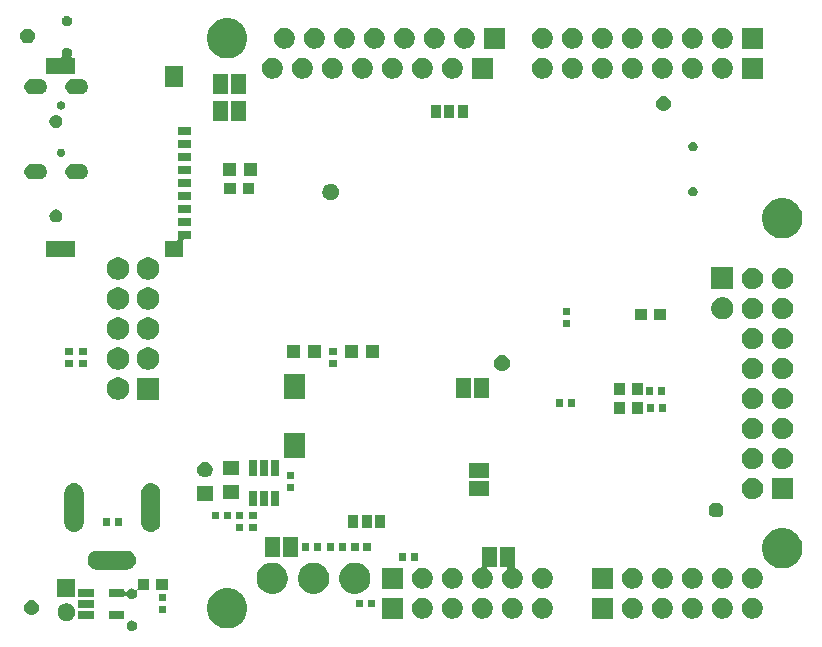
<source format=gbr>
G04 #@! TF.GenerationSoftware,KiCad,Pcbnew,5.1.5+dfsg1-2build2*
G04 #@! TF.CreationDate,2020-11-03T16:42:57+02:00*
G04 #@! TF.ProjectId,OLIMEXINO-STM32F3_RevC,4f4c494d-4558-4494-9e4f-2d53544d3332,rev?*
G04 #@! TF.SameCoordinates,Original*
G04 #@! TF.FileFunction,Soldermask,Bot*
G04 #@! TF.FilePolarity,Negative*
%FSLAX46Y46*%
G04 Gerber Fmt 4.6, Leading zero omitted, Abs format (unit mm)*
G04 Created by KiCad (PCBNEW 5.1.5+dfsg1-2build2) date 2020-11-03 16:42:57*
%MOMM*%
%LPD*%
G04 APERTURE LIST*
%ADD10C,0.100000*%
G04 APERTURE END LIST*
D10*
G36*
X71731493Y-97316524D02*
G01*
X71813534Y-97350506D01*
X71887368Y-97399841D01*
X71950159Y-97462632D01*
X71999494Y-97536466D01*
X72033476Y-97618507D01*
X72050800Y-97705600D01*
X72050800Y-97794400D01*
X72033476Y-97881493D01*
X71999494Y-97963534D01*
X71950159Y-98037368D01*
X71887368Y-98100159D01*
X71813534Y-98149494D01*
X71731493Y-98183476D01*
X71644400Y-98200800D01*
X71555600Y-98200800D01*
X71468507Y-98183476D01*
X71386466Y-98149494D01*
X71312632Y-98100159D01*
X71249841Y-98037368D01*
X71200506Y-97963534D01*
X71166524Y-97881493D01*
X71149200Y-97794400D01*
X71149200Y-97705600D01*
X71166524Y-97618507D01*
X71200506Y-97536466D01*
X71249841Y-97462632D01*
X71312632Y-97399841D01*
X71386466Y-97350506D01*
X71468507Y-97316524D01*
X71555600Y-97299200D01*
X71644400Y-97299200D01*
X71731493Y-97316524D01*
G37*
G36*
X80161652Y-94636689D02*
G01*
X80471214Y-94764914D01*
X80547369Y-94815799D01*
X80749814Y-94951068D01*
X80986743Y-95187997D01*
X81037215Y-95263534D01*
X81172897Y-95466597D01*
X81301122Y-95776159D01*
X81366490Y-96104786D01*
X81366490Y-96439856D01*
X81301122Y-96768483D01*
X81172897Y-97078045D01*
X81172896Y-97078046D01*
X80986743Y-97356645D01*
X80749814Y-97593574D01*
X80582154Y-97705600D01*
X80471214Y-97779728D01*
X80161652Y-97907953D01*
X79833025Y-97973321D01*
X79497955Y-97973321D01*
X79169328Y-97907953D01*
X78859766Y-97779728D01*
X78748826Y-97705600D01*
X78581166Y-97593574D01*
X78344237Y-97356645D01*
X78158084Y-97078046D01*
X78158083Y-97078045D01*
X78029858Y-96768483D01*
X77964490Y-96439856D01*
X77964490Y-96104786D01*
X78029858Y-95776159D01*
X78158083Y-95466597D01*
X78293765Y-95263534D01*
X78344237Y-95187997D01*
X78581166Y-94951068D01*
X78783611Y-94815799D01*
X78859766Y-94764914D01*
X79169328Y-94636689D01*
X79497955Y-94571321D01*
X79833025Y-94571321D01*
X80161652Y-94636689D01*
G37*
G36*
X66273679Y-95881352D02*
G01*
X66410319Y-95937950D01*
X66533285Y-96020113D01*
X66637867Y-96124695D01*
X66720030Y-96247661D01*
X66720031Y-96247663D01*
X66725868Y-96261755D01*
X66776628Y-96384301D01*
X66805480Y-96529351D01*
X66805480Y-96677249D01*
X66776628Y-96822299D01*
X66720030Y-96958939D01*
X66637867Y-97081905D01*
X66533285Y-97186487D01*
X66410319Y-97268650D01*
X66273679Y-97325248D01*
X66128629Y-97354100D01*
X65980731Y-97354100D01*
X65835681Y-97325248D01*
X65699041Y-97268650D01*
X65576075Y-97186487D01*
X65471493Y-97081905D01*
X65389330Y-96958939D01*
X65332732Y-96822299D01*
X65303880Y-96677249D01*
X65303880Y-96529351D01*
X65332732Y-96384301D01*
X65383492Y-96261755D01*
X65389329Y-96247663D01*
X65389330Y-96247661D01*
X65471493Y-96124695D01*
X65576075Y-96020113D01*
X65699041Y-95937950D01*
X65835681Y-95881352D01*
X65980731Y-95852500D01*
X66128629Y-95852500D01*
X66273679Y-95881352D01*
G37*
G36*
X68360800Y-97195800D02*
G01*
X67059200Y-97195800D01*
X67059200Y-96544200D01*
X68360800Y-96544200D01*
X68360800Y-97195800D01*
G37*
G36*
X70960800Y-97195800D02*
G01*
X69659200Y-97195800D01*
X69659200Y-96544200D01*
X70960800Y-96544200D01*
X70960800Y-97195800D01*
G37*
G36*
X96443589Y-95417292D02*
G01*
X96605415Y-95484323D01*
X96751049Y-95581632D01*
X96874909Y-95705492D01*
X96972218Y-95851126D01*
X97039249Y-96012952D01*
X97073420Y-96184741D01*
X97073420Y-96359901D01*
X97039249Y-96531690D01*
X96972218Y-96693516D01*
X96874909Y-96839150D01*
X96751049Y-96963010D01*
X96605415Y-97060319D01*
X96443589Y-97127350D01*
X96271800Y-97161521D01*
X96096640Y-97161521D01*
X95924851Y-97127350D01*
X95763025Y-97060319D01*
X95617391Y-96963010D01*
X95493531Y-96839150D01*
X95396222Y-96693516D01*
X95329191Y-96531690D01*
X95295020Y-96359901D01*
X95295020Y-96184741D01*
X95329191Y-96012952D01*
X95396222Y-95851126D01*
X95493531Y-95705492D01*
X95617391Y-95581632D01*
X95763025Y-95484323D01*
X95924851Y-95417292D01*
X96096640Y-95383121D01*
X96271800Y-95383121D01*
X96443589Y-95417292D01*
G37*
G36*
X106603589Y-95417292D02*
G01*
X106765415Y-95484323D01*
X106911049Y-95581632D01*
X107034909Y-95705492D01*
X107132218Y-95851126D01*
X107199249Y-96012952D01*
X107233420Y-96184741D01*
X107233420Y-96359901D01*
X107199249Y-96531690D01*
X107132218Y-96693516D01*
X107034909Y-96839150D01*
X106911049Y-96963010D01*
X106765415Y-97060319D01*
X106603589Y-97127350D01*
X106431800Y-97161521D01*
X106256640Y-97161521D01*
X106084851Y-97127350D01*
X105923025Y-97060319D01*
X105777391Y-96963010D01*
X105653531Y-96839150D01*
X105556222Y-96693516D01*
X105489191Y-96531690D01*
X105455020Y-96359901D01*
X105455020Y-96184741D01*
X105489191Y-96012952D01*
X105556222Y-95851126D01*
X105653531Y-95705492D01*
X105777391Y-95581632D01*
X105923025Y-95484323D01*
X106084851Y-95417292D01*
X106256640Y-95383121D01*
X106431800Y-95383121D01*
X106603589Y-95417292D01*
G37*
G36*
X94533420Y-97161521D02*
G01*
X92755020Y-97161521D01*
X92755020Y-95383121D01*
X94533420Y-95383121D01*
X94533420Y-97161521D01*
G37*
G36*
X104063589Y-95417292D02*
G01*
X104225415Y-95484323D01*
X104371049Y-95581632D01*
X104494909Y-95705492D01*
X104592218Y-95851126D01*
X104659249Y-96012952D01*
X104693420Y-96184741D01*
X104693420Y-96359901D01*
X104659249Y-96531690D01*
X104592218Y-96693516D01*
X104494909Y-96839150D01*
X104371049Y-96963010D01*
X104225415Y-97060319D01*
X104063589Y-97127350D01*
X103891800Y-97161521D01*
X103716640Y-97161521D01*
X103544851Y-97127350D01*
X103383025Y-97060319D01*
X103237391Y-96963010D01*
X103113531Y-96839150D01*
X103016222Y-96693516D01*
X102949191Y-96531690D01*
X102915020Y-96359901D01*
X102915020Y-96184741D01*
X102949191Y-96012952D01*
X103016222Y-95851126D01*
X103113531Y-95705492D01*
X103237391Y-95581632D01*
X103383025Y-95484323D01*
X103544851Y-95417292D01*
X103716640Y-95383121D01*
X103891800Y-95383121D01*
X104063589Y-95417292D01*
G37*
G36*
X101523589Y-95417292D02*
G01*
X101685415Y-95484323D01*
X101831049Y-95581632D01*
X101954909Y-95705492D01*
X102052218Y-95851126D01*
X102119249Y-96012952D01*
X102153420Y-96184741D01*
X102153420Y-96359901D01*
X102119249Y-96531690D01*
X102052218Y-96693516D01*
X101954909Y-96839150D01*
X101831049Y-96963010D01*
X101685415Y-97060319D01*
X101523589Y-97127350D01*
X101351800Y-97161521D01*
X101176640Y-97161521D01*
X101004851Y-97127350D01*
X100843025Y-97060319D01*
X100697391Y-96963010D01*
X100573531Y-96839150D01*
X100476222Y-96693516D01*
X100409191Y-96531690D01*
X100375020Y-96359901D01*
X100375020Y-96184741D01*
X100409191Y-96012952D01*
X100476222Y-95851126D01*
X100573531Y-95705492D01*
X100697391Y-95581632D01*
X100843025Y-95484323D01*
X101004851Y-95417292D01*
X101176640Y-95383121D01*
X101351800Y-95383121D01*
X101523589Y-95417292D01*
G37*
G36*
X124383589Y-95417292D02*
G01*
X124545415Y-95484323D01*
X124691049Y-95581632D01*
X124814909Y-95705492D01*
X124912218Y-95851126D01*
X124979249Y-96012952D01*
X125013420Y-96184741D01*
X125013420Y-96359901D01*
X124979249Y-96531690D01*
X124912218Y-96693516D01*
X124814909Y-96839150D01*
X124691049Y-96963010D01*
X124545415Y-97060319D01*
X124383589Y-97127350D01*
X124211800Y-97161521D01*
X124036640Y-97161521D01*
X123864851Y-97127350D01*
X123703025Y-97060319D01*
X123557391Y-96963010D01*
X123433531Y-96839150D01*
X123336222Y-96693516D01*
X123269191Y-96531690D01*
X123235020Y-96359901D01*
X123235020Y-96184741D01*
X123269191Y-96012952D01*
X123336222Y-95851126D01*
X123433531Y-95705492D01*
X123557391Y-95581632D01*
X123703025Y-95484323D01*
X123864851Y-95417292D01*
X124036640Y-95383121D01*
X124211800Y-95383121D01*
X124383589Y-95417292D01*
G37*
G36*
X119303589Y-95417292D02*
G01*
X119465415Y-95484323D01*
X119611049Y-95581632D01*
X119734909Y-95705492D01*
X119832218Y-95851126D01*
X119899249Y-96012952D01*
X119933420Y-96184741D01*
X119933420Y-96359901D01*
X119899249Y-96531690D01*
X119832218Y-96693516D01*
X119734909Y-96839150D01*
X119611049Y-96963010D01*
X119465415Y-97060319D01*
X119303589Y-97127350D01*
X119131800Y-97161521D01*
X118956640Y-97161521D01*
X118784851Y-97127350D01*
X118623025Y-97060319D01*
X118477391Y-96963010D01*
X118353531Y-96839150D01*
X118256222Y-96693516D01*
X118189191Y-96531690D01*
X118155020Y-96359901D01*
X118155020Y-96184741D01*
X118189191Y-96012952D01*
X118256222Y-95851126D01*
X118353531Y-95705492D01*
X118477391Y-95581632D01*
X118623025Y-95484323D01*
X118784851Y-95417292D01*
X118956640Y-95383121D01*
X119131800Y-95383121D01*
X119303589Y-95417292D01*
G37*
G36*
X116763589Y-95417292D02*
G01*
X116925415Y-95484323D01*
X117071049Y-95581632D01*
X117194909Y-95705492D01*
X117292218Y-95851126D01*
X117359249Y-96012952D01*
X117393420Y-96184741D01*
X117393420Y-96359901D01*
X117359249Y-96531690D01*
X117292218Y-96693516D01*
X117194909Y-96839150D01*
X117071049Y-96963010D01*
X116925415Y-97060319D01*
X116763589Y-97127350D01*
X116591800Y-97161521D01*
X116416640Y-97161521D01*
X116244851Y-97127350D01*
X116083025Y-97060319D01*
X115937391Y-96963010D01*
X115813531Y-96839150D01*
X115716222Y-96693516D01*
X115649191Y-96531690D01*
X115615020Y-96359901D01*
X115615020Y-96184741D01*
X115649191Y-96012952D01*
X115716222Y-95851126D01*
X115813531Y-95705492D01*
X115937391Y-95581632D01*
X116083025Y-95484323D01*
X116244851Y-95417292D01*
X116416640Y-95383121D01*
X116591800Y-95383121D01*
X116763589Y-95417292D01*
G37*
G36*
X114223589Y-95417292D02*
G01*
X114385415Y-95484323D01*
X114531049Y-95581632D01*
X114654909Y-95705492D01*
X114752218Y-95851126D01*
X114819249Y-96012952D01*
X114853420Y-96184741D01*
X114853420Y-96359901D01*
X114819249Y-96531690D01*
X114752218Y-96693516D01*
X114654909Y-96839150D01*
X114531049Y-96963010D01*
X114385415Y-97060319D01*
X114223589Y-97127350D01*
X114051800Y-97161521D01*
X113876640Y-97161521D01*
X113704851Y-97127350D01*
X113543025Y-97060319D01*
X113397391Y-96963010D01*
X113273531Y-96839150D01*
X113176222Y-96693516D01*
X113109191Y-96531690D01*
X113075020Y-96359901D01*
X113075020Y-96184741D01*
X113109191Y-96012952D01*
X113176222Y-95851126D01*
X113273531Y-95705492D01*
X113397391Y-95581632D01*
X113543025Y-95484323D01*
X113704851Y-95417292D01*
X113876640Y-95383121D01*
X114051800Y-95383121D01*
X114223589Y-95417292D01*
G37*
G36*
X112313420Y-97161521D02*
G01*
X110535020Y-97161521D01*
X110535020Y-95383121D01*
X112313420Y-95383121D01*
X112313420Y-97161521D01*
G37*
G36*
X98983589Y-95417292D02*
G01*
X99145415Y-95484323D01*
X99291049Y-95581632D01*
X99414909Y-95705492D01*
X99512218Y-95851126D01*
X99579249Y-96012952D01*
X99613420Y-96184741D01*
X99613420Y-96359901D01*
X99579249Y-96531690D01*
X99512218Y-96693516D01*
X99414909Y-96839150D01*
X99291049Y-96963010D01*
X99145415Y-97060319D01*
X98983589Y-97127350D01*
X98811800Y-97161521D01*
X98636640Y-97161521D01*
X98464851Y-97127350D01*
X98303025Y-97060319D01*
X98157391Y-96963010D01*
X98033531Y-96839150D01*
X97936222Y-96693516D01*
X97869191Y-96531690D01*
X97835020Y-96359901D01*
X97835020Y-96184741D01*
X97869191Y-96012952D01*
X97936222Y-95851126D01*
X98033531Y-95705492D01*
X98157391Y-95581632D01*
X98303025Y-95484323D01*
X98464851Y-95417292D01*
X98636640Y-95383121D01*
X98811800Y-95383121D01*
X98983589Y-95417292D01*
G37*
G36*
X121843589Y-95417292D02*
G01*
X122005415Y-95484323D01*
X122151049Y-95581632D01*
X122274909Y-95705492D01*
X122372218Y-95851126D01*
X122439249Y-96012952D01*
X122473420Y-96184741D01*
X122473420Y-96359901D01*
X122439249Y-96531690D01*
X122372218Y-96693516D01*
X122274909Y-96839150D01*
X122151049Y-96963010D01*
X122005415Y-97060319D01*
X121843589Y-97127350D01*
X121671800Y-97161521D01*
X121496640Y-97161521D01*
X121324851Y-97127350D01*
X121163025Y-97060319D01*
X121017391Y-96963010D01*
X120893531Y-96839150D01*
X120796222Y-96693516D01*
X120729191Y-96531690D01*
X120695020Y-96359901D01*
X120695020Y-96184741D01*
X120729191Y-96012952D01*
X120796222Y-95851126D01*
X120893531Y-95705492D01*
X121017391Y-95581632D01*
X121163025Y-95484323D01*
X121324851Y-95417292D01*
X121496640Y-95383121D01*
X121671800Y-95383121D01*
X121843589Y-95417292D01*
G37*
G36*
X63205166Y-95581635D02*
G01*
X63282889Y-95597095D01*
X63339942Y-95620727D01*
X63396997Y-95644360D01*
X63499687Y-95712975D01*
X63587025Y-95800313D01*
X63655640Y-95903003D01*
X63655640Y-95903004D01*
X63702905Y-96017111D01*
X63710879Y-96057200D01*
X63720345Y-96104786D01*
X63727000Y-96138246D01*
X63727000Y-96261754D01*
X63702905Y-96382889D01*
X63702320Y-96384301D01*
X63655640Y-96496997D01*
X63587025Y-96599687D01*
X63499687Y-96687025D01*
X63396997Y-96755640D01*
X63339942Y-96779273D01*
X63282889Y-96802905D01*
X63222321Y-96814953D01*
X63161755Y-96827000D01*
X63038245Y-96827000D01*
X62977679Y-96814953D01*
X62917111Y-96802905D01*
X62860058Y-96779273D01*
X62803003Y-96755640D01*
X62700313Y-96687025D01*
X62612975Y-96599687D01*
X62544360Y-96496997D01*
X62497680Y-96384301D01*
X62497095Y-96382889D01*
X62473000Y-96261754D01*
X62473000Y-96138246D01*
X62479656Y-96104786D01*
X62489121Y-96057200D01*
X62497095Y-96017111D01*
X62544360Y-95903004D01*
X62544360Y-95903003D01*
X62612975Y-95800313D01*
X62700313Y-95712975D01*
X62803003Y-95644360D01*
X62860058Y-95620727D01*
X62917111Y-95597095D01*
X62994834Y-95581635D01*
X63038245Y-95573000D01*
X63161755Y-95573000D01*
X63205166Y-95581635D01*
G37*
G36*
X74505800Y-96658800D02*
G01*
X73854200Y-96658800D01*
X73854200Y-96057200D01*
X74505800Y-96057200D01*
X74505800Y-96658800D01*
G37*
G36*
X68360800Y-96245800D02*
G01*
X67059200Y-96245800D01*
X67059200Y-95594200D01*
X68360800Y-95594200D01*
X68360800Y-96245800D01*
G37*
G36*
X92188800Y-96205800D02*
G01*
X91587200Y-96205800D01*
X91587200Y-95554200D01*
X92188800Y-95554200D01*
X92188800Y-96205800D01*
G37*
G36*
X91172800Y-96205800D02*
G01*
X90571200Y-96205800D01*
X90571200Y-95554200D01*
X91172800Y-95554200D01*
X91172800Y-96205800D01*
G37*
G36*
X74505800Y-95642800D02*
G01*
X73854200Y-95642800D01*
X73854200Y-95041200D01*
X74505800Y-95041200D01*
X74505800Y-95642800D01*
G37*
G36*
X73080800Y-94690800D02*
G01*
X72126231Y-94690800D01*
X72101845Y-94693202D01*
X72078396Y-94700315D01*
X72056785Y-94711866D01*
X72037843Y-94727411D01*
X72022298Y-94746353D01*
X72010747Y-94767964D01*
X72003634Y-94791413D01*
X72001232Y-94815799D01*
X72003634Y-94840185D01*
X72010747Y-94863633D01*
X72033476Y-94918507D01*
X72050800Y-95005600D01*
X72050800Y-95094400D01*
X72033476Y-95181493D01*
X71999494Y-95263534D01*
X71950159Y-95337368D01*
X71887368Y-95400159D01*
X71813534Y-95449494D01*
X71731493Y-95483476D01*
X71644400Y-95500800D01*
X71555600Y-95500800D01*
X71468507Y-95483476D01*
X71386466Y-95449494D01*
X71312632Y-95400159D01*
X71249841Y-95337368D01*
X71200506Y-95263534D01*
X71200504Y-95263529D01*
X71199378Y-95261844D01*
X71189732Y-95243798D01*
X71174187Y-95224856D01*
X71155245Y-95209310D01*
X71133634Y-95197759D01*
X71110185Y-95190646D01*
X71085799Y-95188244D01*
X71061413Y-95190646D01*
X71037964Y-95197759D01*
X71016354Y-95209310D01*
X70997412Y-95224855D01*
X70981866Y-95243797D01*
X70970315Y-95265408D01*
X70963202Y-95288857D01*
X70962518Y-95295800D01*
X69659200Y-95295800D01*
X69659200Y-94644200D01*
X70960800Y-94644200D01*
X70960800Y-94786757D01*
X70963202Y-94811143D01*
X70970315Y-94834592D01*
X70981866Y-94856203D01*
X70997411Y-94875145D01*
X71016353Y-94890690D01*
X71037964Y-94902241D01*
X71061413Y-94909354D01*
X71085799Y-94911756D01*
X71110185Y-94909354D01*
X71133634Y-94902241D01*
X71155245Y-94890690D01*
X71174187Y-94875145D01*
X71189732Y-94856203D01*
X71199379Y-94838155D01*
X71200503Y-94836472D01*
X71200506Y-94836466D01*
X71249841Y-94762632D01*
X71312632Y-94699841D01*
X71386466Y-94650506D01*
X71468507Y-94616524D01*
X71555600Y-94599200D01*
X71644400Y-94599200D01*
X71731493Y-94616524D01*
X71813534Y-94650506D01*
X71884762Y-94698100D01*
X71906365Y-94709647D01*
X71929814Y-94716760D01*
X71954200Y-94719162D01*
X71978587Y-94716760D01*
X72002036Y-94709647D01*
X72023646Y-94698096D01*
X72042588Y-94682551D01*
X72058134Y-94663609D01*
X72069685Y-94641999D01*
X72076798Y-94618550D01*
X72079200Y-94594163D01*
X72079200Y-93789200D01*
X73080800Y-93789200D01*
X73080800Y-94690800D01*
G37*
G36*
X66802940Y-95342420D02*
G01*
X65301340Y-95342420D01*
X65301340Y-93840820D01*
X66802940Y-93840820D01*
X66802940Y-95342420D01*
G37*
G36*
X68360800Y-95295800D02*
G01*
X67059200Y-95295800D01*
X67059200Y-94644200D01*
X68360800Y-94644200D01*
X68360800Y-95295800D01*
G37*
G36*
X90865263Y-92459957D02*
G01*
X91105634Y-92559522D01*
X91321961Y-92704067D01*
X91505933Y-92888039D01*
X91650478Y-93104366D01*
X91650479Y-93104368D01*
X91750043Y-93344737D01*
X91800800Y-93599911D01*
X91800800Y-93860089D01*
X91750043Y-94115263D01*
X91673875Y-94299150D01*
X91650478Y-94355634D01*
X91505933Y-94571961D01*
X91321961Y-94755933D01*
X91105634Y-94900478D01*
X91105633Y-94900479D01*
X91105632Y-94900479D01*
X90865263Y-95000043D01*
X90610089Y-95050800D01*
X90349911Y-95050800D01*
X90094737Y-95000043D01*
X89854368Y-94900479D01*
X89854367Y-94900479D01*
X89854366Y-94900478D01*
X89638039Y-94755933D01*
X89454067Y-94571961D01*
X89309522Y-94355634D01*
X89286126Y-94299150D01*
X89209957Y-94115263D01*
X89159200Y-93860089D01*
X89159200Y-93599911D01*
X89209957Y-93344737D01*
X89309521Y-93104368D01*
X89309522Y-93104366D01*
X89454067Y-92888039D01*
X89638039Y-92704067D01*
X89854366Y-92559522D01*
X90094737Y-92459957D01*
X90349911Y-92409200D01*
X90610089Y-92409200D01*
X90865263Y-92459957D01*
G37*
G36*
X87365263Y-92459957D02*
G01*
X87605634Y-92559522D01*
X87821961Y-92704067D01*
X88005933Y-92888039D01*
X88150478Y-93104366D01*
X88150479Y-93104368D01*
X88250043Y-93344737D01*
X88300800Y-93599911D01*
X88300800Y-93860089D01*
X88250043Y-94115263D01*
X88173875Y-94299150D01*
X88150478Y-94355634D01*
X88005933Y-94571961D01*
X87821961Y-94755933D01*
X87605634Y-94900478D01*
X87605633Y-94900479D01*
X87605632Y-94900479D01*
X87365263Y-95000043D01*
X87110089Y-95050800D01*
X86849911Y-95050800D01*
X86594737Y-95000043D01*
X86354368Y-94900479D01*
X86354367Y-94900479D01*
X86354366Y-94900478D01*
X86138039Y-94755933D01*
X85954067Y-94571961D01*
X85809522Y-94355634D01*
X85786126Y-94299150D01*
X85709957Y-94115263D01*
X85659200Y-93860089D01*
X85659200Y-93599911D01*
X85709957Y-93344737D01*
X85809521Y-93104368D01*
X85809522Y-93104366D01*
X85954067Y-92888039D01*
X86138039Y-92704067D01*
X86354366Y-92559522D01*
X86594737Y-92459957D01*
X86849911Y-92409200D01*
X87110089Y-92409200D01*
X87365263Y-92459957D01*
G37*
G36*
X83865263Y-92459957D02*
G01*
X84105634Y-92559522D01*
X84321961Y-92704067D01*
X84505933Y-92888039D01*
X84650478Y-93104366D01*
X84650479Y-93104368D01*
X84750043Y-93344737D01*
X84800800Y-93599911D01*
X84800800Y-93860089D01*
X84750043Y-94115263D01*
X84673875Y-94299150D01*
X84650478Y-94355634D01*
X84505933Y-94571961D01*
X84321961Y-94755933D01*
X84105634Y-94900478D01*
X84105633Y-94900479D01*
X84105632Y-94900479D01*
X83865263Y-95000043D01*
X83610089Y-95050800D01*
X83349911Y-95050800D01*
X83094737Y-95000043D01*
X82854368Y-94900479D01*
X82854367Y-94900479D01*
X82854366Y-94900478D01*
X82638039Y-94755933D01*
X82454067Y-94571961D01*
X82309522Y-94355634D01*
X82286126Y-94299150D01*
X82209957Y-94115263D01*
X82159200Y-93860089D01*
X82159200Y-93599911D01*
X82209957Y-93344737D01*
X82309521Y-93104368D01*
X82309522Y-93104366D01*
X82454067Y-92888039D01*
X82638039Y-92704067D01*
X82854366Y-92559522D01*
X83094737Y-92459957D01*
X83349911Y-92409200D01*
X83610089Y-92409200D01*
X83865263Y-92459957D01*
G37*
G36*
X74680800Y-94690800D02*
G01*
X73679200Y-94690800D01*
X73679200Y-93789200D01*
X74680800Y-93789200D01*
X74680800Y-94690800D01*
G37*
G36*
X119303589Y-92877292D02*
G01*
X119465415Y-92944323D01*
X119611049Y-93041632D01*
X119734909Y-93165492D01*
X119832218Y-93311126D01*
X119899249Y-93472952D01*
X119933420Y-93644741D01*
X119933420Y-93819901D01*
X119899249Y-93991690D01*
X119832218Y-94153516D01*
X119734909Y-94299150D01*
X119611049Y-94423010D01*
X119465415Y-94520319D01*
X119303589Y-94587350D01*
X119131800Y-94621521D01*
X118956640Y-94621521D01*
X118784851Y-94587350D01*
X118623025Y-94520319D01*
X118477391Y-94423010D01*
X118353531Y-94299150D01*
X118256222Y-94153516D01*
X118189191Y-93991690D01*
X118155020Y-93819901D01*
X118155020Y-93644741D01*
X118189191Y-93472952D01*
X118256222Y-93311126D01*
X118353531Y-93165492D01*
X118477391Y-93041632D01*
X118623025Y-92944323D01*
X118784851Y-92877292D01*
X118956640Y-92843121D01*
X119131800Y-92843121D01*
X119303589Y-92877292D01*
G37*
G36*
X112313420Y-94621521D02*
G01*
X110535020Y-94621521D01*
X110535020Y-92843121D01*
X112313420Y-92843121D01*
X112313420Y-94621521D01*
G37*
G36*
X116763589Y-92877292D02*
G01*
X116925415Y-92944323D01*
X117071049Y-93041632D01*
X117194909Y-93165492D01*
X117292218Y-93311126D01*
X117359249Y-93472952D01*
X117393420Y-93644741D01*
X117393420Y-93819901D01*
X117359249Y-93991690D01*
X117292218Y-94153516D01*
X117194909Y-94299150D01*
X117071049Y-94423010D01*
X116925415Y-94520319D01*
X116763589Y-94587350D01*
X116591800Y-94621521D01*
X116416640Y-94621521D01*
X116244851Y-94587350D01*
X116083025Y-94520319D01*
X115937391Y-94423010D01*
X115813531Y-94299150D01*
X115716222Y-94153516D01*
X115649191Y-93991690D01*
X115615020Y-93819901D01*
X115615020Y-93644741D01*
X115649191Y-93472952D01*
X115716222Y-93311126D01*
X115813531Y-93165492D01*
X115937391Y-93041632D01*
X116083025Y-92944323D01*
X116244851Y-92877292D01*
X116416640Y-92843121D01*
X116591800Y-92843121D01*
X116763589Y-92877292D01*
G37*
G36*
X121843589Y-92877292D02*
G01*
X122005415Y-92944323D01*
X122151049Y-93041632D01*
X122274909Y-93165492D01*
X122372218Y-93311126D01*
X122439249Y-93472952D01*
X122473420Y-93644741D01*
X122473420Y-93819901D01*
X122439249Y-93991690D01*
X122372218Y-94153516D01*
X122274909Y-94299150D01*
X122151049Y-94423010D01*
X122005415Y-94520319D01*
X121843589Y-94587350D01*
X121671800Y-94621521D01*
X121496640Y-94621521D01*
X121324851Y-94587350D01*
X121163025Y-94520319D01*
X121017391Y-94423010D01*
X120893531Y-94299150D01*
X120796222Y-94153516D01*
X120729191Y-93991690D01*
X120695020Y-93819901D01*
X120695020Y-93644741D01*
X120729191Y-93472952D01*
X120796222Y-93311126D01*
X120893531Y-93165492D01*
X121017391Y-93041632D01*
X121163025Y-92944323D01*
X121324851Y-92877292D01*
X121496640Y-92843121D01*
X121671800Y-92843121D01*
X121843589Y-92877292D01*
G37*
G36*
X124383589Y-92877292D02*
G01*
X124545415Y-92944323D01*
X124691049Y-93041632D01*
X124814909Y-93165492D01*
X124912218Y-93311126D01*
X124979249Y-93472952D01*
X125013420Y-93644741D01*
X125013420Y-93819901D01*
X124979249Y-93991690D01*
X124912218Y-94153516D01*
X124814909Y-94299150D01*
X124691049Y-94423010D01*
X124545415Y-94520319D01*
X124383589Y-94587350D01*
X124211800Y-94621521D01*
X124036640Y-94621521D01*
X123864851Y-94587350D01*
X123703025Y-94520319D01*
X123557391Y-94423010D01*
X123433531Y-94299150D01*
X123336222Y-94153516D01*
X123269191Y-93991690D01*
X123235020Y-93819901D01*
X123235020Y-93644741D01*
X123269191Y-93472952D01*
X123336222Y-93311126D01*
X123433531Y-93165492D01*
X123557391Y-93041632D01*
X123703025Y-92944323D01*
X123864851Y-92877292D01*
X124036640Y-92843121D01*
X124211800Y-92843121D01*
X124383589Y-92877292D01*
G37*
G36*
X114223589Y-92877292D02*
G01*
X114385415Y-92944323D01*
X114531049Y-93041632D01*
X114654909Y-93165492D01*
X114752218Y-93311126D01*
X114819249Y-93472952D01*
X114853420Y-93644741D01*
X114853420Y-93819901D01*
X114819249Y-93991690D01*
X114752218Y-94153516D01*
X114654909Y-94299150D01*
X114531049Y-94423010D01*
X114385415Y-94520319D01*
X114223589Y-94587350D01*
X114051800Y-94621521D01*
X113876640Y-94621521D01*
X113704851Y-94587350D01*
X113543025Y-94520319D01*
X113397391Y-94423010D01*
X113273531Y-94299150D01*
X113176222Y-94153516D01*
X113109191Y-93991690D01*
X113075020Y-93819901D01*
X113075020Y-93644741D01*
X113109191Y-93472952D01*
X113176222Y-93311126D01*
X113273531Y-93165492D01*
X113397391Y-93041632D01*
X113543025Y-92944323D01*
X113704851Y-92877292D01*
X113876640Y-92843121D01*
X114051800Y-92843121D01*
X114223589Y-92877292D01*
G37*
G36*
X102483000Y-92750900D02*
G01*
X101808003Y-92750900D01*
X101783617Y-92753302D01*
X101760168Y-92760415D01*
X101738557Y-92771966D01*
X101719615Y-92787511D01*
X101704070Y-92806453D01*
X101692519Y-92828064D01*
X101685406Y-92851513D01*
X101683004Y-92875899D01*
X101685406Y-92900285D01*
X101692519Y-92923734D01*
X101704070Y-92945345D01*
X101719615Y-92964287D01*
X101738558Y-92979832D01*
X101831049Y-93041632D01*
X101954909Y-93165492D01*
X102052218Y-93311126D01*
X102119249Y-93472952D01*
X102153420Y-93644741D01*
X102153420Y-93819901D01*
X102119249Y-93991690D01*
X102052218Y-94153516D01*
X101954909Y-94299150D01*
X101831049Y-94423010D01*
X101685415Y-94520319D01*
X101523589Y-94587350D01*
X101351800Y-94621521D01*
X101176640Y-94621521D01*
X101004851Y-94587350D01*
X100843025Y-94520319D01*
X100697391Y-94423010D01*
X100573531Y-94299150D01*
X100476222Y-94153516D01*
X100409191Y-93991690D01*
X100375020Y-93819901D01*
X100375020Y-93644741D01*
X100409191Y-93472952D01*
X100476222Y-93311126D01*
X100573531Y-93165492D01*
X100697391Y-93041632D01*
X100843025Y-92944323D01*
X101004851Y-92877292D01*
X101112387Y-92855902D01*
X101135836Y-92848789D01*
X101157446Y-92837238D01*
X101176388Y-92821693D01*
X101191934Y-92802751D01*
X101203485Y-92781140D01*
X101210598Y-92757691D01*
X101213000Y-92733305D01*
X101213000Y-91049100D01*
X102483000Y-91049100D01*
X102483000Y-92750900D01*
G37*
G36*
X106603589Y-92877292D02*
G01*
X106765415Y-92944323D01*
X106911049Y-93041632D01*
X107034909Y-93165492D01*
X107132218Y-93311126D01*
X107199249Y-93472952D01*
X107233420Y-93644741D01*
X107233420Y-93819901D01*
X107199249Y-93991690D01*
X107132218Y-94153516D01*
X107034909Y-94299150D01*
X106911049Y-94423010D01*
X106765415Y-94520319D01*
X106603589Y-94587350D01*
X106431800Y-94621521D01*
X106256640Y-94621521D01*
X106084851Y-94587350D01*
X105923025Y-94520319D01*
X105777391Y-94423010D01*
X105653531Y-94299150D01*
X105556222Y-94153516D01*
X105489191Y-93991690D01*
X105455020Y-93819901D01*
X105455020Y-93644741D01*
X105489191Y-93472952D01*
X105556222Y-93311126D01*
X105653531Y-93165492D01*
X105777391Y-93041632D01*
X105923025Y-92944323D01*
X106084851Y-92877292D01*
X106256640Y-92843121D01*
X106431800Y-92843121D01*
X106603589Y-92877292D01*
G37*
G36*
X94533420Y-94621521D02*
G01*
X92755020Y-94621521D01*
X92755020Y-92843121D01*
X94533420Y-92843121D01*
X94533420Y-94621521D01*
G37*
G36*
X98983589Y-92877292D02*
G01*
X99145415Y-92944323D01*
X99291049Y-93041632D01*
X99414909Y-93165492D01*
X99512218Y-93311126D01*
X99579249Y-93472952D01*
X99613420Y-93644741D01*
X99613420Y-93819901D01*
X99579249Y-93991690D01*
X99512218Y-94153516D01*
X99414909Y-94299150D01*
X99291049Y-94423010D01*
X99145415Y-94520319D01*
X98983589Y-94587350D01*
X98811800Y-94621521D01*
X98636640Y-94621521D01*
X98464851Y-94587350D01*
X98303025Y-94520319D01*
X98157391Y-94423010D01*
X98033531Y-94299150D01*
X97936222Y-94153516D01*
X97869191Y-93991690D01*
X97835020Y-93819901D01*
X97835020Y-93644741D01*
X97869191Y-93472952D01*
X97936222Y-93311126D01*
X98033531Y-93165492D01*
X98157391Y-93041632D01*
X98303025Y-92944323D01*
X98464851Y-92877292D01*
X98636640Y-92843121D01*
X98811800Y-92843121D01*
X98983589Y-92877292D01*
G37*
G36*
X104007000Y-92770330D02*
G01*
X104009402Y-92794716D01*
X104016515Y-92818165D01*
X104028066Y-92839776D01*
X104043611Y-92858718D01*
X104062553Y-92874263D01*
X104084163Y-92885814D01*
X104225417Y-92944324D01*
X104371049Y-93041632D01*
X104494909Y-93165492D01*
X104592218Y-93311126D01*
X104659249Y-93472952D01*
X104693420Y-93644741D01*
X104693420Y-93819901D01*
X104659249Y-93991690D01*
X104592218Y-94153516D01*
X104494909Y-94299150D01*
X104371049Y-94423010D01*
X104225415Y-94520319D01*
X104063589Y-94587350D01*
X103891800Y-94621521D01*
X103716640Y-94621521D01*
X103544851Y-94587350D01*
X103383025Y-94520319D01*
X103237391Y-94423010D01*
X103113531Y-94299150D01*
X103016222Y-94153516D01*
X102949191Y-93991690D01*
X102915020Y-93819901D01*
X102915020Y-93644741D01*
X102949191Y-93472952D01*
X103016222Y-93311126D01*
X103113531Y-93165492D01*
X103237391Y-93041632D01*
X103329882Y-92979832D01*
X103348824Y-92964287D01*
X103364370Y-92945345D01*
X103375921Y-92923735D01*
X103383034Y-92900286D01*
X103385436Y-92875900D01*
X103383034Y-92851513D01*
X103375921Y-92828064D01*
X103364370Y-92806454D01*
X103348825Y-92787512D01*
X103329883Y-92771966D01*
X103308273Y-92760415D01*
X103284824Y-92753302D01*
X103260437Y-92750900D01*
X102737000Y-92750900D01*
X102737000Y-91049100D01*
X104007000Y-91049100D01*
X104007000Y-92770330D01*
G37*
G36*
X96443589Y-92877292D02*
G01*
X96605415Y-92944323D01*
X96751049Y-93041632D01*
X96874909Y-93165492D01*
X96972218Y-93311126D01*
X97039249Y-93472952D01*
X97073420Y-93644741D01*
X97073420Y-93819901D01*
X97039249Y-93991690D01*
X96972218Y-94153516D01*
X96874909Y-94299150D01*
X96751049Y-94423010D01*
X96605415Y-94520319D01*
X96443589Y-94587350D01*
X96271800Y-94621521D01*
X96096640Y-94621521D01*
X95924851Y-94587350D01*
X95763025Y-94520319D01*
X95617391Y-94423010D01*
X95493531Y-94299150D01*
X95396222Y-94153516D01*
X95329191Y-93991690D01*
X95295020Y-93819901D01*
X95295020Y-93644741D01*
X95329191Y-93472952D01*
X95396222Y-93311126D01*
X95493531Y-93165492D01*
X95617391Y-93041632D01*
X95763025Y-92944323D01*
X95924851Y-92877292D01*
X96096640Y-92843121D01*
X96271800Y-92843121D01*
X96443589Y-92877292D01*
G37*
G36*
X71243770Y-91400030D02*
G01*
X71302964Y-91405860D01*
X71454858Y-91451937D01*
X71454861Y-91451938D01*
X71594843Y-91526760D01*
X71717543Y-91627457D01*
X71818240Y-91750157D01*
X71893062Y-91890139D01*
X71893063Y-91890142D01*
X71939140Y-92042036D01*
X71954698Y-92200000D01*
X71939140Y-92357964D01*
X71908200Y-92459957D01*
X71893062Y-92509861D01*
X71818240Y-92649843D01*
X71717543Y-92772543D01*
X71594843Y-92873240D01*
X71454861Y-92948062D01*
X71454858Y-92948063D01*
X71302964Y-92994140D01*
X71243770Y-92999970D01*
X71184579Y-93005800D01*
X68615421Y-93005800D01*
X68556230Y-92999970D01*
X68497036Y-92994140D01*
X68345142Y-92948063D01*
X68345139Y-92948062D01*
X68205157Y-92873240D01*
X68082457Y-92772543D01*
X67981760Y-92649843D01*
X67906938Y-92509861D01*
X67891800Y-92459957D01*
X67860860Y-92357964D01*
X67845302Y-92200000D01*
X67860860Y-92042036D01*
X67906937Y-91890142D01*
X67906938Y-91890139D01*
X67981760Y-91750157D01*
X68082457Y-91627457D01*
X68205157Y-91526760D01*
X68345139Y-91451938D01*
X68345142Y-91451937D01*
X68497036Y-91405860D01*
X68556230Y-91400030D01*
X68615421Y-91394200D01*
X71184579Y-91394200D01*
X71243770Y-91400030D01*
G37*
G36*
X127160382Y-89556689D02*
G01*
X127469944Y-89684914D01*
X127469945Y-89684915D01*
X127748544Y-89871068D01*
X127985473Y-90107997D01*
X128109857Y-90294151D01*
X128171627Y-90386597D01*
X128299852Y-90696159D01*
X128365220Y-91024786D01*
X128365220Y-91359856D01*
X128299852Y-91688483D01*
X128171627Y-91998045D01*
X128171626Y-91998046D01*
X127985473Y-92276645D01*
X127748544Y-92513574D01*
X127562390Y-92637958D01*
X127469944Y-92699728D01*
X127160382Y-92827953D01*
X126831755Y-92893321D01*
X126496685Y-92893321D01*
X126168058Y-92827953D01*
X125858496Y-92699728D01*
X125766050Y-92637958D01*
X125579896Y-92513574D01*
X125342967Y-92276645D01*
X125156814Y-91998046D01*
X125156813Y-91998045D01*
X125028588Y-91688483D01*
X124963220Y-91359856D01*
X124963220Y-91024786D01*
X125028588Y-90696159D01*
X125156813Y-90386597D01*
X125218583Y-90294151D01*
X125342967Y-90107997D01*
X125579896Y-89871068D01*
X125858495Y-89684915D01*
X125858496Y-89684914D01*
X126168058Y-89556689D01*
X126496685Y-89491321D01*
X126831755Y-89491321D01*
X127160382Y-89556689D01*
G37*
G36*
X94782800Y-92275800D02*
G01*
X94181200Y-92275800D01*
X94181200Y-91624200D01*
X94782800Y-91624200D01*
X94782800Y-92275800D01*
G37*
G36*
X95798800Y-92275800D02*
G01*
X95197200Y-92275800D01*
X95197200Y-91624200D01*
X95798800Y-91624200D01*
X95798800Y-92275800D01*
G37*
G36*
X84143000Y-91950900D02*
G01*
X82873000Y-91950900D01*
X82873000Y-90249100D01*
X84143000Y-90249100D01*
X84143000Y-91950900D01*
G37*
G36*
X85667000Y-91950900D02*
G01*
X84397000Y-91950900D01*
X84397000Y-90249100D01*
X85667000Y-90249100D01*
X85667000Y-91950900D01*
G37*
G36*
X87648800Y-91425800D02*
G01*
X87047200Y-91425800D01*
X87047200Y-90774200D01*
X87648800Y-90774200D01*
X87648800Y-91425800D01*
G37*
G36*
X86632800Y-91425800D02*
G01*
X86031200Y-91425800D01*
X86031200Y-90774200D01*
X86632800Y-90774200D01*
X86632800Y-91425800D01*
G37*
G36*
X91808800Y-91415800D02*
G01*
X91207200Y-91415800D01*
X91207200Y-90764200D01*
X91808800Y-90764200D01*
X91808800Y-91415800D01*
G37*
G36*
X89748800Y-91415800D02*
G01*
X89147200Y-91415800D01*
X89147200Y-90764200D01*
X89748800Y-90764200D01*
X89748800Y-91415800D01*
G37*
G36*
X90792800Y-91415800D02*
G01*
X90191200Y-91415800D01*
X90191200Y-90764200D01*
X90792800Y-90764200D01*
X90792800Y-91415800D01*
G37*
G36*
X88732800Y-91415800D02*
G01*
X88131200Y-91415800D01*
X88131200Y-90764200D01*
X88732800Y-90764200D01*
X88732800Y-91415800D01*
G37*
G36*
X73357963Y-85710860D02*
G01*
X73509857Y-85756937D01*
X73509860Y-85756938D01*
X73649842Y-85831760D01*
X73649844Y-85831761D01*
X73649843Y-85831761D01*
X73772543Y-85932457D01*
X73855183Y-86033154D01*
X73873240Y-86055157D01*
X73948062Y-86195139D01*
X73948062Y-86195140D01*
X73948063Y-86195142D01*
X73994140Y-86347036D01*
X74005800Y-86465423D01*
X74005800Y-89034577D01*
X73994140Y-89152964D01*
X73948063Y-89304858D01*
X73948062Y-89304861D01*
X73873240Y-89444843D01*
X73772543Y-89567543D01*
X73649843Y-89668240D01*
X73509861Y-89743062D01*
X73509858Y-89743063D01*
X73357964Y-89789140D01*
X73200000Y-89804698D01*
X73042037Y-89789140D01*
X72890143Y-89743063D01*
X72890140Y-89743062D01*
X72750158Y-89668240D01*
X72627458Y-89567543D01*
X72526761Y-89444843D01*
X72451939Y-89304861D01*
X72451938Y-89304858D01*
X72405861Y-89152964D01*
X72394201Y-89034577D01*
X72394200Y-86465424D01*
X72405860Y-86347037D01*
X72451937Y-86195143D01*
X72451938Y-86195140D01*
X72526760Y-86055158D01*
X72542072Y-86036500D01*
X72627457Y-85932457D01*
X72750156Y-85831761D01*
X72750155Y-85831761D01*
X72750157Y-85831760D01*
X72890139Y-85756938D01*
X72890142Y-85756937D01*
X73042036Y-85710860D01*
X73200000Y-85695302D01*
X73357963Y-85710860D01*
G37*
G36*
X66857963Y-85710860D02*
G01*
X67009857Y-85756937D01*
X67009860Y-85756938D01*
X67149842Y-85831760D01*
X67149844Y-85831761D01*
X67149843Y-85831761D01*
X67272543Y-85932457D01*
X67355183Y-86033154D01*
X67373240Y-86055157D01*
X67448062Y-86195139D01*
X67448062Y-86195140D01*
X67448063Y-86195142D01*
X67494140Y-86347036D01*
X67505800Y-86465423D01*
X67505800Y-89034577D01*
X67494140Y-89152964D01*
X67448063Y-89304858D01*
X67448062Y-89304861D01*
X67373240Y-89444843D01*
X67272543Y-89567543D01*
X67149843Y-89668240D01*
X67009861Y-89743062D01*
X67009858Y-89743063D01*
X66857964Y-89789140D01*
X66700000Y-89804698D01*
X66542037Y-89789140D01*
X66390143Y-89743063D01*
X66390140Y-89743062D01*
X66250158Y-89668240D01*
X66127458Y-89567543D01*
X66026761Y-89444843D01*
X65951939Y-89304861D01*
X65951938Y-89304858D01*
X65905861Y-89152964D01*
X65894201Y-89034577D01*
X65894200Y-86465424D01*
X65905860Y-86347037D01*
X65951937Y-86195143D01*
X65951938Y-86195140D01*
X66026760Y-86055158D01*
X66042072Y-86036500D01*
X66127457Y-85932457D01*
X66250156Y-85831761D01*
X66250155Y-85831761D01*
X66250157Y-85831760D01*
X66390139Y-85756938D01*
X66390142Y-85756937D01*
X66542036Y-85710860D01*
X66700000Y-85695302D01*
X66857963Y-85710860D01*
G37*
G36*
X82185800Y-89728800D02*
G01*
X81534200Y-89728800D01*
X81534200Y-89127200D01*
X82185800Y-89127200D01*
X82185800Y-89728800D01*
G37*
G36*
X81025800Y-89728800D02*
G01*
X80374200Y-89728800D01*
X80374200Y-89127200D01*
X81025800Y-89127200D01*
X81025800Y-89728800D01*
G37*
G36*
X90778800Y-89468800D02*
G01*
X89915200Y-89468800D01*
X89915200Y-88351200D01*
X90778800Y-88351200D01*
X90778800Y-89468800D01*
G37*
G36*
X91921800Y-89468800D02*
G01*
X91058200Y-89468800D01*
X91058200Y-88351200D01*
X91921800Y-88351200D01*
X91921800Y-89468800D01*
G37*
G36*
X93064800Y-89468800D02*
G01*
X92201200Y-89468800D01*
X92201200Y-88351200D01*
X93064800Y-88351200D01*
X93064800Y-89468800D01*
G37*
G36*
X69762800Y-89315800D02*
G01*
X69161200Y-89315800D01*
X69161200Y-88664200D01*
X69762800Y-88664200D01*
X69762800Y-89315800D01*
G37*
G36*
X70778800Y-89315800D02*
G01*
X70177200Y-89315800D01*
X70177200Y-88664200D01*
X70778800Y-88664200D01*
X70778800Y-89315800D01*
G37*
G36*
X80008800Y-88735800D02*
G01*
X79407200Y-88735800D01*
X79407200Y-88084200D01*
X80008800Y-88084200D01*
X80008800Y-88735800D01*
G37*
G36*
X78992800Y-88735800D02*
G01*
X78391200Y-88735800D01*
X78391200Y-88084200D01*
X78992800Y-88084200D01*
X78992800Y-88735800D01*
G37*
G36*
X81025800Y-88712800D02*
G01*
X80374200Y-88712800D01*
X80374200Y-88111200D01*
X81025800Y-88111200D01*
X81025800Y-88712800D01*
G37*
G36*
X82185800Y-88712800D02*
G01*
X81534200Y-88712800D01*
X81534200Y-88111200D01*
X82185800Y-88111200D01*
X82185800Y-88712800D01*
G37*
G36*
X121182321Y-87345047D02*
G01*
X121242889Y-87357095D01*
X121299943Y-87380728D01*
X121356997Y-87404360D01*
X121459687Y-87472975D01*
X121547025Y-87560313D01*
X121615640Y-87663003D01*
X121662905Y-87777112D01*
X121687000Y-87898245D01*
X121687000Y-88021755D01*
X121662905Y-88142888D01*
X121615640Y-88256997D01*
X121547025Y-88359687D01*
X121459687Y-88447025D01*
X121356997Y-88515640D01*
X121299942Y-88539273D01*
X121242889Y-88562905D01*
X121182321Y-88574953D01*
X121121755Y-88587000D01*
X120998245Y-88587000D01*
X120937679Y-88574953D01*
X120877111Y-88562905D01*
X120820058Y-88539273D01*
X120763003Y-88515640D01*
X120660313Y-88447025D01*
X120572975Y-88359687D01*
X120504360Y-88256997D01*
X120457095Y-88142888D01*
X120433000Y-88021755D01*
X120433000Y-87898245D01*
X120457095Y-87777112D01*
X120504360Y-87663003D01*
X120572975Y-87560313D01*
X120660313Y-87472975D01*
X120763003Y-87404360D01*
X120820058Y-87380727D01*
X120877111Y-87357095D01*
X120937678Y-87345048D01*
X120998245Y-87333000D01*
X121121755Y-87333000D01*
X121182321Y-87345047D01*
G37*
G36*
X82165800Y-87650900D02*
G01*
X81514200Y-87650900D01*
X81514200Y-86349300D01*
X82165800Y-86349300D01*
X82165800Y-87650900D01*
G37*
G36*
X83115800Y-87650900D02*
G01*
X82464200Y-87650900D01*
X82464200Y-86349300D01*
X83115800Y-86349300D01*
X83115800Y-87650900D01*
G37*
G36*
X84065800Y-87650900D02*
G01*
X83414200Y-87650900D01*
X83414200Y-86349300D01*
X84065800Y-86349300D01*
X84065800Y-87650900D01*
G37*
G36*
X78430800Y-87190800D02*
G01*
X77129200Y-87190800D01*
X77129200Y-85889200D01*
X78430800Y-85889200D01*
X78430800Y-87190800D01*
G37*
G36*
X80665800Y-87031800D02*
G01*
X79294200Y-87031800D01*
X79294200Y-85880200D01*
X80665800Y-85880200D01*
X80665800Y-87031800D01*
G37*
G36*
X124243512Y-85233927D02*
G01*
X124392812Y-85263624D01*
X124556784Y-85331544D01*
X124704354Y-85430147D01*
X124829853Y-85555646D01*
X124928456Y-85703216D01*
X124996376Y-85867188D01*
X125031000Y-86041259D01*
X125031000Y-86218741D01*
X124996376Y-86392812D01*
X124928456Y-86556784D01*
X124829853Y-86704354D01*
X124704354Y-86829853D01*
X124556784Y-86928456D01*
X124392812Y-86996376D01*
X124243512Y-87026073D01*
X124218742Y-87031000D01*
X124041258Y-87031000D01*
X124016488Y-87026073D01*
X123867188Y-86996376D01*
X123703216Y-86928456D01*
X123555646Y-86829853D01*
X123430147Y-86704354D01*
X123331544Y-86556784D01*
X123263624Y-86392812D01*
X123229000Y-86218741D01*
X123229000Y-86041259D01*
X123263624Y-85867188D01*
X123331544Y-85703216D01*
X123430147Y-85555646D01*
X123555646Y-85430147D01*
X123703216Y-85331544D01*
X123867188Y-85263624D01*
X124016488Y-85233927D01*
X124041258Y-85229000D01*
X124218742Y-85229000D01*
X124243512Y-85233927D01*
G37*
G36*
X127571000Y-87031000D02*
G01*
X125769000Y-87031000D01*
X125769000Y-85229000D01*
X127571000Y-85229000D01*
X127571000Y-87031000D01*
G37*
G36*
X101870900Y-86787000D02*
G01*
X100169100Y-86787000D01*
X100169100Y-85517000D01*
X101870900Y-85517000D01*
X101870900Y-86787000D01*
G37*
G36*
X85355800Y-86348800D02*
G01*
X84704200Y-86348800D01*
X84704200Y-85747200D01*
X85355800Y-85747200D01*
X85355800Y-86348800D01*
G37*
G36*
X85355800Y-85332800D02*
G01*
X84704200Y-85332800D01*
X84704200Y-84731200D01*
X85355800Y-84731200D01*
X85355800Y-85332800D01*
G37*
G36*
X101870900Y-85263000D02*
G01*
X100169100Y-85263000D01*
X100169100Y-83993000D01*
X101870900Y-83993000D01*
X101870900Y-85263000D01*
G37*
G36*
X77969830Y-83914209D02*
G01*
X78088271Y-83963269D01*
X78194858Y-84034488D01*
X78285512Y-84125142D01*
X78356731Y-84231729D01*
X78405791Y-84350170D01*
X78430800Y-84475900D01*
X78430800Y-84604100D01*
X78405791Y-84729830D01*
X78356731Y-84848271D01*
X78285512Y-84954858D01*
X78194858Y-85045512D01*
X78088271Y-85116731D01*
X77969830Y-85165791D01*
X77844100Y-85190800D01*
X77715900Y-85190800D01*
X77590170Y-85165791D01*
X77471729Y-85116731D01*
X77365142Y-85045512D01*
X77274488Y-84954858D01*
X77203269Y-84848271D01*
X77154209Y-84729830D01*
X77129200Y-84604100D01*
X77129200Y-84475900D01*
X77154209Y-84350170D01*
X77203269Y-84231729D01*
X77274488Y-84125142D01*
X77365142Y-84034488D01*
X77471729Y-83963269D01*
X77590170Y-83914209D01*
X77715900Y-83889200D01*
X77844100Y-83889200D01*
X77969830Y-83914209D01*
G37*
G36*
X82165800Y-85050700D02*
G01*
X81514200Y-85050700D01*
X81514200Y-83749100D01*
X82165800Y-83749100D01*
X82165800Y-85050700D01*
G37*
G36*
X84065800Y-85050700D02*
G01*
X83414200Y-85050700D01*
X83414200Y-83749100D01*
X84065800Y-83749100D01*
X84065800Y-85050700D01*
G37*
G36*
X83115800Y-85050700D02*
G01*
X82464200Y-85050700D01*
X82464200Y-83749100D01*
X83115800Y-83749100D01*
X83115800Y-85050700D01*
G37*
G36*
X80665800Y-84999800D02*
G01*
X79294200Y-84999800D01*
X79294200Y-83848200D01*
X80665800Y-83848200D01*
X80665800Y-84999800D01*
G37*
G36*
X124243512Y-82693927D02*
G01*
X124392812Y-82723624D01*
X124556784Y-82791544D01*
X124704354Y-82890147D01*
X124829853Y-83015646D01*
X124928456Y-83163216D01*
X124996376Y-83327188D01*
X125031000Y-83501259D01*
X125031000Y-83678741D01*
X124996376Y-83852812D01*
X124928456Y-84016784D01*
X124829853Y-84164354D01*
X124704354Y-84289853D01*
X124556784Y-84388456D01*
X124392812Y-84456376D01*
X124243512Y-84486073D01*
X124218742Y-84491000D01*
X124041258Y-84491000D01*
X124016488Y-84486073D01*
X123867188Y-84456376D01*
X123703216Y-84388456D01*
X123555646Y-84289853D01*
X123430147Y-84164354D01*
X123331544Y-84016784D01*
X123263624Y-83852812D01*
X123229000Y-83678741D01*
X123229000Y-83501259D01*
X123263624Y-83327188D01*
X123331544Y-83163216D01*
X123430147Y-83015646D01*
X123555646Y-82890147D01*
X123703216Y-82791544D01*
X123867188Y-82723624D01*
X124016488Y-82693927D01*
X124041258Y-82689000D01*
X124218742Y-82689000D01*
X124243512Y-82693927D01*
G37*
G36*
X126783512Y-82693927D02*
G01*
X126932812Y-82723624D01*
X127096784Y-82791544D01*
X127244354Y-82890147D01*
X127369853Y-83015646D01*
X127468456Y-83163216D01*
X127536376Y-83327188D01*
X127571000Y-83501259D01*
X127571000Y-83678741D01*
X127536376Y-83852812D01*
X127468456Y-84016784D01*
X127369853Y-84164354D01*
X127244354Y-84289853D01*
X127096784Y-84388456D01*
X126932812Y-84456376D01*
X126783512Y-84486073D01*
X126758742Y-84491000D01*
X126581258Y-84491000D01*
X126556488Y-84486073D01*
X126407188Y-84456376D01*
X126243216Y-84388456D01*
X126095646Y-84289853D01*
X125970147Y-84164354D01*
X125871544Y-84016784D01*
X125803624Y-83852812D01*
X125769000Y-83678741D01*
X125769000Y-83501259D01*
X125803624Y-83327188D01*
X125871544Y-83163216D01*
X125970147Y-83015646D01*
X126095646Y-82890147D01*
X126243216Y-82791544D01*
X126407188Y-82723624D01*
X126556488Y-82693927D01*
X126581258Y-82689000D01*
X126758742Y-82689000D01*
X126783512Y-82693927D01*
G37*
G36*
X86250800Y-83550800D02*
G01*
X84449200Y-83550800D01*
X84449200Y-81449200D01*
X86250800Y-81449200D01*
X86250800Y-83550800D01*
G37*
G36*
X124243512Y-80153927D02*
G01*
X124392812Y-80183624D01*
X124556784Y-80251544D01*
X124704354Y-80350147D01*
X124829853Y-80475646D01*
X124928456Y-80623216D01*
X124996376Y-80787188D01*
X125031000Y-80961259D01*
X125031000Y-81138741D01*
X124996376Y-81312812D01*
X124928456Y-81476784D01*
X124829853Y-81624354D01*
X124704354Y-81749853D01*
X124556784Y-81848456D01*
X124392812Y-81916376D01*
X124243512Y-81946073D01*
X124218742Y-81951000D01*
X124041258Y-81951000D01*
X124016488Y-81946073D01*
X123867188Y-81916376D01*
X123703216Y-81848456D01*
X123555646Y-81749853D01*
X123430147Y-81624354D01*
X123331544Y-81476784D01*
X123263624Y-81312812D01*
X123229000Y-81138741D01*
X123229000Y-80961259D01*
X123263624Y-80787188D01*
X123331544Y-80623216D01*
X123430147Y-80475646D01*
X123555646Y-80350147D01*
X123703216Y-80251544D01*
X123867188Y-80183624D01*
X124016488Y-80153927D01*
X124041258Y-80149000D01*
X124218742Y-80149000D01*
X124243512Y-80153927D01*
G37*
G36*
X126783512Y-80153927D02*
G01*
X126932812Y-80183624D01*
X127096784Y-80251544D01*
X127244354Y-80350147D01*
X127369853Y-80475646D01*
X127468456Y-80623216D01*
X127536376Y-80787188D01*
X127571000Y-80961259D01*
X127571000Y-81138741D01*
X127536376Y-81312812D01*
X127468456Y-81476784D01*
X127369853Y-81624354D01*
X127244354Y-81749853D01*
X127096784Y-81848456D01*
X126932812Y-81916376D01*
X126783512Y-81946073D01*
X126758742Y-81951000D01*
X126581258Y-81951000D01*
X126556488Y-81946073D01*
X126407188Y-81916376D01*
X126243216Y-81848456D01*
X126095646Y-81749853D01*
X125970147Y-81624354D01*
X125871544Y-81476784D01*
X125803624Y-81312812D01*
X125769000Y-81138741D01*
X125769000Y-80961259D01*
X125803624Y-80787188D01*
X125871544Y-80623216D01*
X125970147Y-80475646D01*
X126095646Y-80350147D01*
X126243216Y-80251544D01*
X126407188Y-80183624D01*
X126556488Y-80153927D01*
X126581258Y-80149000D01*
X126758742Y-80149000D01*
X126783512Y-80153927D01*
G37*
G36*
X114860800Y-79820800D02*
G01*
X113959200Y-79820800D01*
X113959200Y-78819200D01*
X114860800Y-78819200D01*
X114860800Y-79820800D01*
G37*
G36*
X113310800Y-79800800D02*
G01*
X112409200Y-79800800D01*
X112409200Y-78799200D01*
X113310800Y-78799200D01*
X113310800Y-79800800D01*
G37*
G36*
X116798800Y-79635800D02*
G01*
X116197200Y-79635800D01*
X116197200Y-78984200D01*
X116798800Y-78984200D01*
X116798800Y-79635800D01*
G37*
G36*
X115782800Y-79635800D02*
G01*
X115181200Y-79635800D01*
X115181200Y-78984200D01*
X115782800Y-78984200D01*
X115782800Y-79635800D01*
G37*
G36*
X124243512Y-77613927D02*
G01*
X124392812Y-77643624D01*
X124556784Y-77711544D01*
X124704354Y-77810147D01*
X124829853Y-77935646D01*
X124928456Y-78083216D01*
X124996376Y-78247188D01*
X125031000Y-78421259D01*
X125031000Y-78598741D01*
X124996376Y-78772812D01*
X124928456Y-78936784D01*
X124829853Y-79084354D01*
X124704354Y-79209853D01*
X124556784Y-79308456D01*
X124392812Y-79376376D01*
X124243512Y-79406073D01*
X124218742Y-79411000D01*
X124041258Y-79411000D01*
X124016488Y-79406073D01*
X123867188Y-79376376D01*
X123703216Y-79308456D01*
X123555646Y-79209853D01*
X123430147Y-79084354D01*
X123331544Y-78936784D01*
X123263624Y-78772812D01*
X123229000Y-78598741D01*
X123229000Y-78421259D01*
X123263624Y-78247188D01*
X123331544Y-78083216D01*
X123430147Y-77935646D01*
X123555646Y-77810147D01*
X123703216Y-77711544D01*
X123867188Y-77643624D01*
X124016488Y-77613927D01*
X124041258Y-77609000D01*
X124218742Y-77609000D01*
X124243512Y-77613927D01*
G37*
G36*
X126783512Y-77613927D02*
G01*
X126932812Y-77643624D01*
X127096784Y-77711544D01*
X127244354Y-77810147D01*
X127369853Y-77935646D01*
X127468456Y-78083216D01*
X127536376Y-78247188D01*
X127571000Y-78421259D01*
X127571000Y-78598741D01*
X127536376Y-78772812D01*
X127468456Y-78936784D01*
X127369853Y-79084354D01*
X127244354Y-79209853D01*
X127096784Y-79308456D01*
X126932812Y-79376376D01*
X126783512Y-79406073D01*
X126758742Y-79411000D01*
X126581258Y-79411000D01*
X126556488Y-79406073D01*
X126407188Y-79376376D01*
X126243216Y-79308456D01*
X126095646Y-79209853D01*
X125970147Y-79084354D01*
X125871544Y-78936784D01*
X125803624Y-78772812D01*
X125769000Y-78598741D01*
X125769000Y-78421259D01*
X125803624Y-78247188D01*
X125871544Y-78083216D01*
X125970147Y-77935646D01*
X126095646Y-77810147D01*
X126243216Y-77711544D01*
X126407188Y-77643624D01*
X126556488Y-77613927D01*
X126581258Y-77609000D01*
X126758742Y-77609000D01*
X126783512Y-77613927D01*
G37*
G36*
X109148800Y-79235800D02*
G01*
X108547200Y-79235800D01*
X108547200Y-78584200D01*
X109148800Y-78584200D01*
X109148800Y-79235800D01*
G37*
G36*
X108132800Y-79235800D02*
G01*
X107531200Y-79235800D01*
X107531200Y-78584200D01*
X108132800Y-78584200D01*
X108132800Y-79235800D01*
G37*
G36*
X70707395Y-76765546D02*
G01*
X70880466Y-76837234D01*
X70880467Y-76837235D01*
X71036227Y-76941310D01*
X71168690Y-77073773D01*
X71168691Y-77073775D01*
X71272766Y-77229534D01*
X71344454Y-77402605D01*
X71381000Y-77586333D01*
X71381000Y-77773667D01*
X71344454Y-77957395D01*
X71272766Y-78130466D01*
X71272765Y-78130467D01*
X71168690Y-78286227D01*
X71036227Y-78418690D01*
X71032382Y-78421259D01*
X70880466Y-78522766D01*
X70707395Y-78594454D01*
X70523667Y-78631000D01*
X70336333Y-78631000D01*
X70152605Y-78594454D01*
X69979534Y-78522766D01*
X69827618Y-78421259D01*
X69823773Y-78418690D01*
X69691310Y-78286227D01*
X69587235Y-78130467D01*
X69587234Y-78130466D01*
X69515546Y-77957395D01*
X69479000Y-77773667D01*
X69479000Y-77586333D01*
X69515546Y-77402605D01*
X69587234Y-77229534D01*
X69691309Y-77073775D01*
X69691310Y-77073773D01*
X69823773Y-76941310D01*
X69979533Y-76837235D01*
X69979534Y-76837234D01*
X70152605Y-76765546D01*
X70336333Y-76729000D01*
X70523667Y-76729000D01*
X70707395Y-76765546D01*
G37*
G36*
X73896000Y-78606000D02*
G01*
X72044000Y-78606000D01*
X72044000Y-76754000D01*
X73896000Y-76754000D01*
X73896000Y-78606000D01*
G37*
G36*
X86250800Y-78550800D02*
G01*
X84449200Y-78550800D01*
X84449200Y-76449200D01*
X86250800Y-76449200D01*
X86250800Y-78550800D01*
G37*
G36*
X101807000Y-78500900D02*
G01*
X100537000Y-78500900D01*
X100537000Y-76799100D01*
X101807000Y-76799100D01*
X101807000Y-78500900D01*
G37*
G36*
X100283000Y-78500900D02*
G01*
X99013000Y-78500900D01*
X99013000Y-76799100D01*
X100283000Y-76799100D01*
X100283000Y-78500900D01*
G37*
G36*
X116768800Y-78235800D02*
G01*
X116167200Y-78235800D01*
X116167200Y-77584200D01*
X116768800Y-77584200D01*
X116768800Y-78235800D01*
G37*
G36*
X115752800Y-78235800D02*
G01*
X115151200Y-78235800D01*
X115151200Y-77584200D01*
X115752800Y-77584200D01*
X115752800Y-78235800D01*
G37*
G36*
X114860800Y-78220800D02*
G01*
X113959200Y-78220800D01*
X113959200Y-77219200D01*
X114860800Y-77219200D01*
X114860800Y-78220800D01*
G37*
G36*
X113310800Y-78200800D02*
G01*
X112409200Y-78200800D01*
X112409200Y-77199200D01*
X113310800Y-77199200D01*
X113310800Y-78200800D01*
G37*
G36*
X126783512Y-75073927D02*
G01*
X126932812Y-75103624D01*
X127096784Y-75171544D01*
X127244354Y-75270147D01*
X127369853Y-75395646D01*
X127468456Y-75543216D01*
X127536376Y-75707188D01*
X127564544Y-75848800D01*
X127571000Y-75881258D01*
X127571000Y-76058742D01*
X127569510Y-76066233D01*
X127536376Y-76232812D01*
X127468456Y-76396784D01*
X127369853Y-76544354D01*
X127244354Y-76669853D01*
X127096784Y-76768456D01*
X126932812Y-76836376D01*
X126783512Y-76866073D01*
X126758742Y-76871000D01*
X126581258Y-76871000D01*
X126556488Y-76866073D01*
X126407188Y-76836376D01*
X126243216Y-76768456D01*
X126095646Y-76669853D01*
X125970147Y-76544354D01*
X125871544Y-76396784D01*
X125803624Y-76232812D01*
X125770490Y-76066233D01*
X125769000Y-76058742D01*
X125769000Y-75881258D01*
X125775456Y-75848800D01*
X125803624Y-75707188D01*
X125871544Y-75543216D01*
X125970147Y-75395646D01*
X126095646Y-75270147D01*
X126243216Y-75171544D01*
X126407188Y-75103624D01*
X126556488Y-75073927D01*
X126581258Y-75069000D01*
X126758742Y-75069000D01*
X126783512Y-75073927D01*
G37*
G36*
X124243512Y-75073927D02*
G01*
X124392812Y-75103624D01*
X124556784Y-75171544D01*
X124704354Y-75270147D01*
X124829853Y-75395646D01*
X124928456Y-75543216D01*
X124996376Y-75707188D01*
X125024544Y-75848800D01*
X125031000Y-75881258D01*
X125031000Y-76058742D01*
X125029510Y-76066233D01*
X124996376Y-76232812D01*
X124928456Y-76396784D01*
X124829853Y-76544354D01*
X124704354Y-76669853D01*
X124556784Y-76768456D01*
X124392812Y-76836376D01*
X124243512Y-76866073D01*
X124218742Y-76871000D01*
X124041258Y-76871000D01*
X124016488Y-76866073D01*
X123867188Y-76836376D01*
X123703216Y-76768456D01*
X123555646Y-76669853D01*
X123430147Y-76544354D01*
X123331544Y-76396784D01*
X123263624Y-76232812D01*
X123230490Y-76066233D01*
X123229000Y-76058742D01*
X123229000Y-75881258D01*
X123235456Y-75848800D01*
X123263624Y-75707188D01*
X123331544Y-75543216D01*
X123430147Y-75395646D01*
X123555646Y-75270147D01*
X123703216Y-75171544D01*
X123867188Y-75103624D01*
X124016488Y-75073927D01*
X124041258Y-75069000D01*
X124218742Y-75069000D01*
X124243512Y-75073927D01*
G37*
G36*
X103136201Y-74847666D02*
G01*
X103263777Y-74900510D01*
X103378587Y-74977223D01*
X103476233Y-75074869D01*
X103552946Y-75189679D01*
X103605790Y-75317255D01*
X103632728Y-75452684D01*
X103632728Y-75590772D01*
X103605790Y-75726201D01*
X103552946Y-75853777D01*
X103476233Y-75968587D01*
X103378587Y-76066233D01*
X103263777Y-76142946D01*
X103136201Y-76195790D01*
X103000772Y-76222728D01*
X102862684Y-76222728D01*
X102727255Y-76195790D01*
X102599679Y-76142946D01*
X102484869Y-76066233D01*
X102387223Y-75968587D01*
X102310510Y-75853777D01*
X102257666Y-75726201D01*
X102230728Y-75590772D01*
X102230728Y-75452684D01*
X102257666Y-75317255D01*
X102310510Y-75189679D01*
X102387223Y-75074869D01*
X102484869Y-74977223D01*
X102599679Y-74900510D01*
X102727255Y-74847666D01*
X102862684Y-74820728D01*
X103000772Y-74820728D01*
X103136201Y-74847666D01*
G37*
G36*
X70707395Y-74225546D02*
G01*
X70880466Y-74297234D01*
X70880467Y-74297235D01*
X71036227Y-74401310D01*
X71168690Y-74533773D01*
X71168691Y-74533775D01*
X71272766Y-74689534D01*
X71344454Y-74862605D01*
X71381000Y-75046333D01*
X71381000Y-75233667D01*
X71344454Y-75417395D01*
X71272766Y-75590466D01*
X71221081Y-75667818D01*
X71168690Y-75746227D01*
X71036227Y-75878690D01*
X71032382Y-75881259D01*
X70880466Y-75982766D01*
X70707395Y-76054454D01*
X70523667Y-76091000D01*
X70336333Y-76091000D01*
X70152605Y-76054454D01*
X69979534Y-75982766D01*
X69827618Y-75881259D01*
X69823773Y-75878690D01*
X69691310Y-75746227D01*
X69638919Y-75667818D01*
X69587234Y-75590466D01*
X69515546Y-75417395D01*
X69479000Y-75233667D01*
X69479000Y-75046333D01*
X69515546Y-74862605D01*
X69587234Y-74689534D01*
X69691309Y-74533775D01*
X69691310Y-74533773D01*
X69823773Y-74401310D01*
X69979533Y-74297235D01*
X69979534Y-74297234D01*
X70152605Y-74225546D01*
X70336333Y-74189000D01*
X70523667Y-74189000D01*
X70707395Y-74225546D01*
G37*
G36*
X73247395Y-74225546D02*
G01*
X73420466Y-74297234D01*
X73420467Y-74297235D01*
X73576227Y-74401310D01*
X73708690Y-74533773D01*
X73708691Y-74533775D01*
X73812766Y-74689534D01*
X73884454Y-74862605D01*
X73921000Y-75046333D01*
X73921000Y-75233667D01*
X73884454Y-75417395D01*
X73812766Y-75590466D01*
X73761081Y-75667818D01*
X73708690Y-75746227D01*
X73576227Y-75878690D01*
X73572382Y-75881259D01*
X73420466Y-75982766D01*
X73247395Y-76054454D01*
X73063667Y-76091000D01*
X72876333Y-76091000D01*
X72692605Y-76054454D01*
X72519534Y-75982766D01*
X72367618Y-75881259D01*
X72363773Y-75878690D01*
X72231310Y-75746227D01*
X72178919Y-75667818D01*
X72127234Y-75590466D01*
X72055546Y-75417395D01*
X72019000Y-75233667D01*
X72019000Y-75046333D01*
X72055546Y-74862605D01*
X72127234Y-74689534D01*
X72231309Y-74533775D01*
X72231310Y-74533773D01*
X72363773Y-74401310D01*
X72519533Y-74297235D01*
X72519534Y-74297234D01*
X72692605Y-74225546D01*
X72876333Y-74189000D01*
X73063667Y-74189000D01*
X73247395Y-74225546D01*
G37*
G36*
X88965800Y-75858800D02*
G01*
X88314200Y-75858800D01*
X88314200Y-75257200D01*
X88965800Y-75257200D01*
X88965800Y-75858800D01*
G37*
G36*
X67765800Y-75848800D02*
G01*
X67114200Y-75848800D01*
X67114200Y-75247200D01*
X67765800Y-75247200D01*
X67765800Y-75848800D01*
G37*
G36*
X66585800Y-75838800D02*
G01*
X65934200Y-75838800D01*
X65934200Y-75237200D01*
X66585800Y-75237200D01*
X66585800Y-75838800D01*
G37*
G36*
X90769800Y-75108800D02*
G01*
X89652200Y-75108800D01*
X89652200Y-73991200D01*
X90769800Y-73991200D01*
X90769800Y-75108800D01*
G37*
G36*
X92547800Y-75108800D02*
G01*
X91430200Y-75108800D01*
X91430200Y-73991200D01*
X92547800Y-73991200D01*
X92547800Y-75108800D01*
G37*
G36*
X85849800Y-75098800D02*
G01*
X84732200Y-75098800D01*
X84732200Y-73981200D01*
X85849800Y-73981200D01*
X85849800Y-75098800D01*
G37*
G36*
X87627800Y-75098800D02*
G01*
X86510200Y-75098800D01*
X86510200Y-73981200D01*
X87627800Y-73981200D01*
X87627800Y-75098800D01*
G37*
G36*
X88965800Y-74842800D02*
G01*
X88314200Y-74842800D01*
X88314200Y-74241200D01*
X88965800Y-74241200D01*
X88965800Y-74842800D01*
G37*
G36*
X67765800Y-74832800D02*
G01*
X67114200Y-74832800D01*
X67114200Y-74231200D01*
X67765800Y-74231200D01*
X67765800Y-74832800D01*
G37*
G36*
X66585800Y-74822800D02*
G01*
X65934200Y-74822800D01*
X65934200Y-74221200D01*
X66585800Y-74221200D01*
X66585800Y-74822800D01*
G37*
G36*
X126783512Y-72533927D02*
G01*
X126932812Y-72563624D01*
X127096784Y-72631544D01*
X127244354Y-72730147D01*
X127369853Y-72855646D01*
X127468456Y-73003216D01*
X127536376Y-73167188D01*
X127571000Y-73341259D01*
X127571000Y-73518741D01*
X127536376Y-73692812D01*
X127468456Y-73856784D01*
X127369853Y-74004354D01*
X127244354Y-74129853D01*
X127096784Y-74228456D01*
X126932812Y-74296376D01*
X126783512Y-74326073D01*
X126758742Y-74331000D01*
X126581258Y-74331000D01*
X126556488Y-74326073D01*
X126407188Y-74296376D01*
X126243216Y-74228456D01*
X126095646Y-74129853D01*
X125970147Y-74004354D01*
X125871544Y-73856784D01*
X125803624Y-73692812D01*
X125769000Y-73518741D01*
X125769000Y-73341259D01*
X125803624Y-73167188D01*
X125871544Y-73003216D01*
X125970147Y-72855646D01*
X126095646Y-72730147D01*
X126243216Y-72631544D01*
X126407188Y-72563624D01*
X126556488Y-72533927D01*
X126581258Y-72529000D01*
X126758742Y-72529000D01*
X126783512Y-72533927D01*
G37*
G36*
X124243512Y-72533927D02*
G01*
X124392812Y-72563624D01*
X124556784Y-72631544D01*
X124704354Y-72730147D01*
X124829853Y-72855646D01*
X124928456Y-73003216D01*
X124996376Y-73167188D01*
X125031000Y-73341259D01*
X125031000Y-73518741D01*
X124996376Y-73692812D01*
X124928456Y-73856784D01*
X124829853Y-74004354D01*
X124704354Y-74129853D01*
X124556784Y-74228456D01*
X124392812Y-74296376D01*
X124243512Y-74326073D01*
X124218742Y-74331000D01*
X124041258Y-74331000D01*
X124016488Y-74326073D01*
X123867188Y-74296376D01*
X123703216Y-74228456D01*
X123555646Y-74129853D01*
X123430147Y-74004354D01*
X123331544Y-73856784D01*
X123263624Y-73692812D01*
X123229000Y-73518741D01*
X123229000Y-73341259D01*
X123263624Y-73167188D01*
X123331544Y-73003216D01*
X123430147Y-72855646D01*
X123555646Y-72730147D01*
X123703216Y-72631544D01*
X123867188Y-72563624D01*
X124016488Y-72533927D01*
X124041258Y-72529000D01*
X124218742Y-72529000D01*
X124243512Y-72533927D01*
G37*
G36*
X70707395Y-71685546D02*
G01*
X70880466Y-71757234D01*
X70880467Y-71757235D01*
X71036227Y-71861310D01*
X71168690Y-71993773D01*
X71168691Y-71993775D01*
X71272766Y-72149534D01*
X71344454Y-72322605D01*
X71381000Y-72506333D01*
X71381000Y-72693667D01*
X71344454Y-72877395D01*
X71272766Y-73050466D01*
X71272765Y-73050467D01*
X71168690Y-73206227D01*
X71036227Y-73338690D01*
X71032382Y-73341259D01*
X70880466Y-73442766D01*
X70707395Y-73514454D01*
X70523667Y-73551000D01*
X70336333Y-73551000D01*
X70152605Y-73514454D01*
X69979534Y-73442766D01*
X69827618Y-73341259D01*
X69823773Y-73338690D01*
X69691310Y-73206227D01*
X69587235Y-73050467D01*
X69587234Y-73050466D01*
X69515546Y-72877395D01*
X69479000Y-72693667D01*
X69479000Y-72506333D01*
X69515546Y-72322605D01*
X69587234Y-72149534D01*
X69691309Y-71993775D01*
X69691310Y-71993773D01*
X69823773Y-71861310D01*
X69979533Y-71757235D01*
X69979534Y-71757234D01*
X70152605Y-71685546D01*
X70336333Y-71649000D01*
X70523667Y-71649000D01*
X70707395Y-71685546D01*
G37*
G36*
X73247395Y-71685546D02*
G01*
X73420466Y-71757234D01*
X73420467Y-71757235D01*
X73576227Y-71861310D01*
X73708690Y-71993773D01*
X73708691Y-71993775D01*
X73812766Y-72149534D01*
X73884454Y-72322605D01*
X73921000Y-72506333D01*
X73921000Y-72693667D01*
X73884454Y-72877395D01*
X73812766Y-73050466D01*
X73812765Y-73050467D01*
X73708690Y-73206227D01*
X73576227Y-73338690D01*
X73572382Y-73341259D01*
X73420466Y-73442766D01*
X73247395Y-73514454D01*
X73063667Y-73551000D01*
X72876333Y-73551000D01*
X72692605Y-73514454D01*
X72519534Y-73442766D01*
X72367618Y-73341259D01*
X72363773Y-73338690D01*
X72231310Y-73206227D01*
X72127235Y-73050467D01*
X72127234Y-73050466D01*
X72055546Y-72877395D01*
X72019000Y-72693667D01*
X72019000Y-72506333D01*
X72055546Y-72322605D01*
X72127234Y-72149534D01*
X72231309Y-71993775D01*
X72231310Y-71993773D01*
X72363773Y-71861310D01*
X72519533Y-71757235D01*
X72519534Y-71757234D01*
X72692605Y-71685546D01*
X72876333Y-71649000D01*
X73063667Y-71649000D01*
X73247395Y-71685546D01*
G37*
G36*
X108725800Y-72438800D02*
G01*
X108074200Y-72438800D01*
X108074200Y-71837200D01*
X108725800Y-71837200D01*
X108725800Y-72438800D01*
G37*
G36*
X116790800Y-71860800D02*
G01*
X115789200Y-71860800D01*
X115789200Y-70959200D01*
X116790800Y-70959200D01*
X116790800Y-71860800D01*
G37*
G36*
X115190800Y-71860800D02*
G01*
X114189200Y-71860800D01*
X114189200Y-70959200D01*
X115190800Y-70959200D01*
X115190800Y-71860800D01*
G37*
G36*
X121803607Y-69964277D02*
G01*
X121864129Y-69976316D01*
X122035162Y-70047160D01*
X122189087Y-70150010D01*
X122319990Y-70280913D01*
X122422840Y-70434838D01*
X122493684Y-70605871D01*
X122529800Y-70787438D01*
X122529800Y-70972562D01*
X122493684Y-71154129D01*
X122422840Y-71325162D01*
X122319990Y-71479087D01*
X122189087Y-71609990D01*
X122035162Y-71712840D01*
X121864129Y-71783684D01*
X121827349Y-71791000D01*
X121682564Y-71819800D01*
X121497436Y-71819800D01*
X121352651Y-71791000D01*
X121315871Y-71783684D01*
X121144838Y-71712840D01*
X120990913Y-71609990D01*
X120860010Y-71479087D01*
X120757160Y-71325162D01*
X120686316Y-71154129D01*
X120650200Y-70972562D01*
X120650200Y-70787438D01*
X120686316Y-70605871D01*
X120757160Y-70434838D01*
X120860010Y-70280913D01*
X120990913Y-70150010D01*
X121144838Y-70047160D01*
X121315871Y-69976316D01*
X121376393Y-69964277D01*
X121497436Y-69940200D01*
X121682564Y-69940200D01*
X121803607Y-69964277D01*
G37*
G36*
X126783512Y-69993927D02*
G01*
X126932812Y-70023624D01*
X127096784Y-70091544D01*
X127244354Y-70190147D01*
X127369853Y-70315646D01*
X127468456Y-70463216D01*
X127536376Y-70627188D01*
X127571000Y-70801259D01*
X127571000Y-70978741D01*
X127536376Y-71152812D01*
X127468456Y-71316784D01*
X127369853Y-71464354D01*
X127244354Y-71589853D01*
X127096784Y-71688456D01*
X126932812Y-71756376D01*
X126783512Y-71786073D01*
X126758742Y-71791000D01*
X126581258Y-71791000D01*
X126556488Y-71786073D01*
X126407188Y-71756376D01*
X126243216Y-71688456D01*
X126095646Y-71589853D01*
X125970147Y-71464354D01*
X125871544Y-71316784D01*
X125803624Y-71152812D01*
X125769000Y-70978741D01*
X125769000Y-70801259D01*
X125803624Y-70627188D01*
X125871544Y-70463216D01*
X125970147Y-70315646D01*
X126095646Y-70190147D01*
X126243216Y-70091544D01*
X126407188Y-70023624D01*
X126556488Y-69993927D01*
X126581258Y-69989000D01*
X126758742Y-69989000D01*
X126783512Y-69993927D01*
G37*
G36*
X124243512Y-69993927D02*
G01*
X124392812Y-70023624D01*
X124556784Y-70091544D01*
X124704354Y-70190147D01*
X124829853Y-70315646D01*
X124928456Y-70463216D01*
X124996376Y-70627188D01*
X125031000Y-70801259D01*
X125031000Y-70978741D01*
X124996376Y-71152812D01*
X124928456Y-71316784D01*
X124829853Y-71464354D01*
X124704354Y-71589853D01*
X124556784Y-71688456D01*
X124392812Y-71756376D01*
X124243512Y-71786073D01*
X124218742Y-71791000D01*
X124041258Y-71791000D01*
X124016488Y-71786073D01*
X123867188Y-71756376D01*
X123703216Y-71688456D01*
X123555646Y-71589853D01*
X123430147Y-71464354D01*
X123331544Y-71316784D01*
X123263624Y-71152812D01*
X123229000Y-70978741D01*
X123229000Y-70801259D01*
X123263624Y-70627188D01*
X123331544Y-70463216D01*
X123430147Y-70315646D01*
X123555646Y-70190147D01*
X123703216Y-70091544D01*
X123867188Y-70023624D01*
X124016488Y-69993927D01*
X124041258Y-69989000D01*
X124218742Y-69989000D01*
X124243512Y-69993927D01*
G37*
G36*
X108725800Y-71422800D02*
G01*
X108074200Y-71422800D01*
X108074200Y-70821200D01*
X108725800Y-70821200D01*
X108725800Y-71422800D01*
G37*
G36*
X70707395Y-69145546D02*
G01*
X70880466Y-69217234D01*
X70880467Y-69217235D01*
X71036227Y-69321310D01*
X71168690Y-69453773D01*
X71168691Y-69453775D01*
X71272766Y-69609534D01*
X71344454Y-69782605D01*
X71381000Y-69966333D01*
X71381000Y-70153667D01*
X71344454Y-70337395D01*
X71272766Y-70510466D01*
X71272765Y-70510467D01*
X71168690Y-70666227D01*
X71036227Y-70798690D01*
X71032382Y-70801259D01*
X70880466Y-70902766D01*
X70707395Y-70974454D01*
X70523667Y-71011000D01*
X70336333Y-71011000D01*
X70152605Y-70974454D01*
X69979534Y-70902766D01*
X69827618Y-70801259D01*
X69823773Y-70798690D01*
X69691310Y-70666227D01*
X69587235Y-70510467D01*
X69587234Y-70510466D01*
X69515546Y-70337395D01*
X69479000Y-70153667D01*
X69479000Y-69966333D01*
X69515546Y-69782605D01*
X69587234Y-69609534D01*
X69691309Y-69453775D01*
X69691310Y-69453773D01*
X69823773Y-69321310D01*
X69979533Y-69217235D01*
X69979534Y-69217234D01*
X70152605Y-69145546D01*
X70336333Y-69109000D01*
X70523667Y-69109000D01*
X70707395Y-69145546D01*
G37*
G36*
X73247395Y-69145546D02*
G01*
X73420466Y-69217234D01*
X73420467Y-69217235D01*
X73576227Y-69321310D01*
X73708690Y-69453773D01*
X73708691Y-69453775D01*
X73812766Y-69609534D01*
X73884454Y-69782605D01*
X73921000Y-69966333D01*
X73921000Y-70153667D01*
X73884454Y-70337395D01*
X73812766Y-70510466D01*
X73812765Y-70510467D01*
X73708690Y-70666227D01*
X73576227Y-70798690D01*
X73572382Y-70801259D01*
X73420466Y-70902766D01*
X73247395Y-70974454D01*
X73063667Y-71011000D01*
X72876333Y-71011000D01*
X72692605Y-70974454D01*
X72519534Y-70902766D01*
X72367618Y-70801259D01*
X72363773Y-70798690D01*
X72231310Y-70666227D01*
X72127235Y-70510467D01*
X72127234Y-70510466D01*
X72055546Y-70337395D01*
X72019000Y-70153667D01*
X72019000Y-69966333D01*
X72055546Y-69782605D01*
X72127234Y-69609534D01*
X72231309Y-69453775D01*
X72231310Y-69453773D01*
X72363773Y-69321310D01*
X72519533Y-69217235D01*
X72519534Y-69217234D01*
X72692605Y-69145546D01*
X72876333Y-69109000D01*
X73063667Y-69109000D01*
X73247395Y-69145546D01*
G37*
G36*
X122529800Y-69279800D02*
G01*
X120650200Y-69279800D01*
X120650200Y-67400200D01*
X122529800Y-67400200D01*
X122529800Y-69279800D01*
G37*
G36*
X126783512Y-67453927D02*
G01*
X126932812Y-67483624D01*
X127096784Y-67551544D01*
X127244354Y-67650147D01*
X127369853Y-67775646D01*
X127468456Y-67923216D01*
X127536376Y-68087188D01*
X127571000Y-68261259D01*
X127571000Y-68438741D01*
X127536376Y-68612812D01*
X127468456Y-68776784D01*
X127369853Y-68924354D01*
X127244354Y-69049853D01*
X127096784Y-69148456D01*
X126932812Y-69216376D01*
X126783512Y-69246073D01*
X126758742Y-69251000D01*
X126581258Y-69251000D01*
X126556488Y-69246073D01*
X126407188Y-69216376D01*
X126243216Y-69148456D01*
X126095646Y-69049853D01*
X125970147Y-68924354D01*
X125871544Y-68776784D01*
X125803624Y-68612812D01*
X125769000Y-68438741D01*
X125769000Y-68261259D01*
X125803624Y-68087188D01*
X125871544Y-67923216D01*
X125970147Y-67775646D01*
X126095646Y-67650147D01*
X126243216Y-67551544D01*
X126407188Y-67483624D01*
X126556488Y-67453927D01*
X126581258Y-67449000D01*
X126758742Y-67449000D01*
X126783512Y-67453927D01*
G37*
G36*
X124243512Y-67453927D02*
G01*
X124392812Y-67483624D01*
X124556784Y-67551544D01*
X124704354Y-67650147D01*
X124829853Y-67775646D01*
X124928456Y-67923216D01*
X124996376Y-68087188D01*
X125031000Y-68261259D01*
X125031000Y-68438741D01*
X124996376Y-68612812D01*
X124928456Y-68776784D01*
X124829853Y-68924354D01*
X124704354Y-69049853D01*
X124556784Y-69148456D01*
X124392812Y-69216376D01*
X124243512Y-69246073D01*
X124218742Y-69251000D01*
X124041258Y-69251000D01*
X124016488Y-69246073D01*
X123867188Y-69216376D01*
X123703216Y-69148456D01*
X123555646Y-69049853D01*
X123430147Y-68924354D01*
X123331544Y-68776784D01*
X123263624Y-68612812D01*
X123229000Y-68438741D01*
X123229000Y-68261259D01*
X123263624Y-68087188D01*
X123331544Y-67923216D01*
X123430147Y-67775646D01*
X123555646Y-67650147D01*
X123703216Y-67551544D01*
X123867188Y-67483624D01*
X124016488Y-67453927D01*
X124041258Y-67449000D01*
X124218742Y-67449000D01*
X124243512Y-67453927D01*
G37*
G36*
X73247395Y-66605546D02*
G01*
X73420466Y-66677234D01*
X73420467Y-66677235D01*
X73576227Y-66781310D01*
X73708690Y-66913773D01*
X73708691Y-66913775D01*
X73812766Y-67069534D01*
X73884454Y-67242605D01*
X73921000Y-67426333D01*
X73921000Y-67613667D01*
X73884454Y-67797395D01*
X73812766Y-67970466D01*
X73812765Y-67970467D01*
X73708690Y-68126227D01*
X73576227Y-68258690D01*
X73572382Y-68261259D01*
X73420466Y-68362766D01*
X73247395Y-68434454D01*
X73063667Y-68471000D01*
X72876333Y-68471000D01*
X72692605Y-68434454D01*
X72519534Y-68362766D01*
X72367618Y-68261259D01*
X72363773Y-68258690D01*
X72231310Y-68126227D01*
X72127235Y-67970467D01*
X72127234Y-67970466D01*
X72055546Y-67797395D01*
X72019000Y-67613667D01*
X72019000Y-67426333D01*
X72055546Y-67242605D01*
X72127234Y-67069534D01*
X72231309Y-66913775D01*
X72231310Y-66913773D01*
X72363773Y-66781310D01*
X72519533Y-66677235D01*
X72519534Y-66677234D01*
X72692605Y-66605546D01*
X72876333Y-66569000D01*
X73063667Y-66569000D01*
X73247395Y-66605546D01*
G37*
G36*
X70707395Y-66605546D02*
G01*
X70880466Y-66677234D01*
X70880467Y-66677235D01*
X71036227Y-66781310D01*
X71168690Y-66913773D01*
X71168691Y-66913775D01*
X71272766Y-67069534D01*
X71344454Y-67242605D01*
X71381000Y-67426333D01*
X71381000Y-67613667D01*
X71344454Y-67797395D01*
X71272766Y-67970466D01*
X71272765Y-67970467D01*
X71168690Y-68126227D01*
X71036227Y-68258690D01*
X71032382Y-68261259D01*
X70880466Y-68362766D01*
X70707395Y-68434454D01*
X70523667Y-68471000D01*
X70336333Y-68471000D01*
X70152605Y-68434454D01*
X69979534Y-68362766D01*
X69827618Y-68261259D01*
X69823773Y-68258690D01*
X69691310Y-68126227D01*
X69587235Y-67970467D01*
X69587234Y-67970466D01*
X69515546Y-67797395D01*
X69479000Y-67613667D01*
X69479000Y-67426333D01*
X69515546Y-67242605D01*
X69587234Y-67069534D01*
X69691309Y-66913775D01*
X69691310Y-66913773D01*
X69823773Y-66781310D01*
X69979533Y-66677235D01*
X69979534Y-66677234D01*
X70152605Y-66605546D01*
X70336333Y-66569000D01*
X70523667Y-66569000D01*
X70707395Y-66605546D01*
G37*
G36*
X76600000Y-65000000D02*
G01*
X76094999Y-65000000D01*
X76070613Y-65002402D01*
X76047164Y-65009515D01*
X76025553Y-65021066D01*
X76006611Y-65036611D01*
X75991066Y-65055553D01*
X75979515Y-65077164D01*
X75972402Y-65100613D01*
X75970000Y-65124999D01*
X75970000Y-66550000D01*
X74370000Y-66550000D01*
X74370000Y-65150000D01*
X75375001Y-65150000D01*
X75399387Y-65147598D01*
X75422836Y-65140485D01*
X75444447Y-65128934D01*
X75463389Y-65113389D01*
X75478934Y-65094447D01*
X75490485Y-65072836D01*
X75497598Y-65049387D01*
X75500000Y-65025001D01*
X75500000Y-64300000D01*
X76600000Y-64300000D01*
X76600000Y-65000000D01*
G37*
G36*
X66770000Y-66550000D02*
G01*
X64370000Y-66550000D01*
X64370000Y-65150000D01*
X66770000Y-65150000D01*
X66770000Y-66550000D01*
G37*
G36*
X127160382Y-61616689D02*
G01*
X127469944Y-61744914D01*
X127469945Y-61744915D01*
X127748544Y-61931068D01*
X127985473Y-62167997D01*
X128109857Y-62354151D01*
X128171627Y-62446597D01*
X128299852Y-62756159D01*
X128365220Y-63084786D01*
X128365220Y-63419856D01*
X128299852Y-63748483D01*
X128171627Y-64058045D01*
X128171626Y-64058046D01*
X127985473Y-64336645D01*
X127748544Y-64573574D01*
X127562390Y-64697958D01*
X127469944Y-64759728D01*
X127160382Y-64887953D01*
X126831755Y-64953321D01*
X126496685Y-64953321D01*
X126168058Y-64887953D01*
X125858496Y-64759728D01*
X125766050Y-64697958D01*
X125579896Y-64573574D01*
X125342967Y-64336645D01*
X125156814Y-64058046D01*
X125156813Y-64058045D01*
X125028588Y-63748483D01*
X124963220Y-63419856D01*
X124963220Y-63084786D01*
X125028588Y-62756159D01*
X125156813Y-62446597D01*
X125218583Y-62354151D01*
X125342967Y-62167997D01*
X125579896Y-61931068D01*
X125858495Y-61744915D01*
X125858496Y-61744914D01*
X126168058Y-61616689D01*
X126496685Y-61551321D01*
X126831755Y-61551321D01*
X127160382Y-61616689D01*
G37*
G36*
X76600000Y-63900000D02*
G01*
X75500000Y-63900000D01*
X75500000Y-63200000D01*
X76600000Y-63200000D01*
X76600000Y-63900000D01*
G37*
G36*
X65328521Y-62523174D02*
G01*
X65428795Y-62564709D01*
X65428796Y-62564710D01*
X65519042Y-62625010D01*
X65595790Y-62701758D01*
X65595791Y-62701760D01*
X65656091Y-62792005D01*
X65697626Y-62892279D01*
X65718800Y-62998730D01*
X65718800Y-63107270D01*
X65697626Y-63213721D01*
X65656091Y-63313995D01*
X65656090Y-63313996D01*
X65595790Y-63404242D01*
X65519042Y-63480990D01*
X65473612Y-63511345D01*
X65428795Y-63541291D01*
X65328521Y-63582826D01*
X65222070Y-63604000D01*
X65113530Y-63604000D01*
X65007079Y-63582826D01*
X64906805Y-63541291D01*
X64861988Y-63511345D01*
X64816558Y-63480990D01*
X64739810Y-63404242D01*
X64679510Y-63313996D01*
X64679509Y-63313995D01*
X64637974Y-63213721D01*
X64616800Y-63107270D01*
X64616800Y-62998730D01*
X64637974Y-62892279D01*
X64679509Y-62792005D01*
X64739809Y-62701760D01*
X64739810Y-62701758D01*
X64816558Y-62625010D01*
X64906804Y-62564710D01*
X64906805Y-62564709D01*
X65007079Y-62523174D01*
X65113530Y-62502000D01*
X65222070Y-62502000D01*
X65328521Y-62523174D01*
G37*
G36*
X76600000Y-62800000D02*
G01*
X75500000Y-62800000D01*
X75500000Y-62100000D01*
X76600000Y-62100000D01*
X76600000Y-62800000D01*
G37*
G36*
X88640512Y-60351977D02*
G01*
X88768088Y-60404821D01*
X88882898Y-60481534D01*
X88980544Y-60579180D01*
X89057257Y-60693990D01*
X89110101Y-60821566D01*
X89137039Y-60956995D01*
X89137039Y-61095083D01*
X89110101Y-61230512D01*
X89057257Y-61358088D01*
X88980544Y-61472898D01*
X88882898Y-61570544D01*
X88768088Y-61647257D01*
X88640512Y-61700101D01*
X88505083Y-61727039D01*
X88366995Y-61727039D01*
X88231566Y-61700101D01*
X88103990Y-61647257D01*
X87989180Y-61570544D01*
X87891534Y-61472898D01*
X87814821Y-61358088D01*
X87761977Y-61230512D01*
X87735039Y-61095083D01*
X87735039Y-60956995D01*
X87761977Y-60821566D01*
X87814821Y-60693990D01*
X87891534Y-60579180D01*
X87989180Y-60481534D01*
X88103990Y-60404821D01*
X88231566Y-60351977D01*
X88366995Y-60325039D01*
X88505083Y-60325039D01*
X88640512Y-60351977D01*
G37*
G36*
X76600000Y-61700000D02*
G01*
X75500000Y-61700000D01*
X75500000Y-61000000D01*
X76600000Y-61000000D01*
X76600000Y-61700000D01*
G37*
G36*
X119216908Y-60619602D02*
G01*
X119289848Y-60649815D01*
X119289850Y-60649816D01*
X119322895Y-60671896D01*
X119355494Y-60693678D01*
X119411322Y-60749506D01*
X119455185Y-60815152D01*
X119485398Y-60888092D01*
X119500800Y-60965523D01*
X119500800Y-61044477D01*
X119485398Y-61121908D01*
X119469288Y-61160800D01*
X119455184Y-61194850D01*
X119411321Y-61260495D01*
X119355495Y-61316321D01*
X119289850Y-61360184D01*
X119289849Y-61360185D01*
X119289848Y-61360185D01*
X119216908Y-61390398D01*
X119139477Y-61405800D01*
X119060523Y-61405800D01*
X118983092Y-61390398D01*
X118910152Y-61360185D01*
X118910151Y-61360185D01*
X118910150Y-61360184D01*
X118844505Y-61316321D01*
X118788679Y-61260495D01*
X118744816Y-61194850D01*
X118730712Y-61160800D01*
X118714602Y-61121908D01*
X118699200Y-61044477D01*
X118699200Y-60965523D01*
X118714602Y-60888092D01*
X118744815Y-60815152D01*
X118788678Y-60749506D01*
X118844506Y-60693678D01*
X118877105Y-60671896D01*
X118910150Y-60649816D01*
X118910152Y-60649815D01*
X118983092Y-60619602D01*
X119060523Y-60604200D01*
X119139477Y-60604200D01*
X119216908Y-60619602D01*
G37*
G36*
X81980800Y-61160800D02*
G01*
X80979200Y-61160800D01*
X80979200Y-60259200D01*
X81980800Y-60259200D01*
X81980800Y-61160800D01*
G37*
G36*
X80380800Y-61160800D02*
G01*
X79379200Y-61160800D01*
X79379200Y-60259200D01*
X80380800Y-60259200D01*
X80380800Y-61160800D01*
G37*
G36*
X76600000Y-60600000D02*
G01*
X75500000Y-60600000D01*
X75500000Y-59900000D01*
X76600000Y-59900000D01*
X76600000Y-60600000D01*
G37*
G36*
X63829771Y-58653909D02*
G01*
X63877579Y-58658617D01*
X64000255Y-58695831D01*
X64000258Y-58695832D01*
X64113313Y-58756261D01*
X64212412Y-58837588D01*
X64293739Y-58936687D01*
X64354168Y-59049742D01*
X64354169Y-59049745D01*
X64391383Y-59172421D01*
X64403948Y-59300000D01*
X64391383Y-59427579D01*
X64369414Y-59500000D01*
X64354168Y-59550258D01*
X64293739Y-59663313D01*
X64212412Y-59762412D01*
X64113313Y-59843739D01*
X64000258Y-59904168D01*
X64000255Y-59904169D01*
X63877579Y-59941383D01*
X63829771Y-59946092D01*
X63781965Y-59950800D01*
X63118035Y-59950800D01*
X63070229Y-59946092D01*
X63022421Y-59941383D01*
X62899745Y-59904169D01*
X62899742Y-59904168D01*
X62786687Y-59843739D01*
X62687588Y-59762412D01*
X62606261Y-59663313D01*
X62545832Y-59550258D01*
X62530586Y-59500000D01*
X62508617Y-59427579D01*
X62496052Y-59300000D01*
X62508617Y-59172421D01*
X62545831Y-59049745D01*
X62545832Y-59049742D01*
X62606261Y-58936687D01*
X62687588Y-58837588D01*
X62786687Y-58756261D01*
X62899742Y-58695832D01*
X62899745Y-58695831D01*
X63022421Y-58658617D01*
X63070229Y-58653909D01*
X63118035Y-58649200D01*
X63781965Y-58649200D01*
X63829771Y-58653909D01*
G37*
G36*
X67299771Y-58653909D02*
G01*
X67347579Y-58658617D01*
X67470255Y-58695831D01*
X67470258Y-58695832D01*
X67583313Y-58756261D01*
X67682412Y-58837588D01*
X67763739Y-58936687D01*
X67824168Y-59049742D01*
X67824169Y-59049745D01*
X67861383Y-59172421D01*
X67873948Y-59300000D01*
X67861383Y-59427579D01*
X67839414Y-59500000D01*
X67824168Y-59550258D01*
X67763739Y-59663313D01*
X67682412Y-59762412D01*
X67583313Y-59843739D01*
X67470258Y-59904168D01*
X67470255Y-59904169D01*
X67347579Y-59941383D01*
X67299771Y-59946092D01*
X67251965Y-59950800D01*
X66588035Y-59950800D01*
X66540229Y-59946092D01*
X66492421Y-59941383D01*
X66369745Y-59904169D01*
X66369742Y-59904168D01*
X66256687Y-59843739D01*
X66157588Y-59762412D01*
X66076261Y-59663313D01*
X66015832Y-59550258D01*
X66000586Y-59500000D01*
X65978617Y-59427579D01*
X65966052Y-59300000D01*
X65978617Y-59172421D01*
X66015831Y-59049745D01*
X66015832Y-59049742D01*
X66076261Y-58936687D01*
X66157588Y-58837588D01*
X66256687Y-58756261D01*
X66369742Y-58695832D01*
X66369745Y-58695831D01*
X66492421Y-58658617D01*
X66540229Y-58653909D01*
X66588035Y-58649200D01*
X67251965Y-58649200D01*
X67299771Y-58653909D01*
G37*
G36*
X82227800Y-59698800D02*
G01*
X81110200Y-59698800D01*
X81110200Y-58581200D01*
X82227800Y-58581200D01*
X82227800Y-59698800D01*
G37*
G36*
X80449800Y-59698800D02*
G01*
X79332200Y-59698800D01*
X79332200Y-58581200D01*
X80449800Y-58581200D01*
X80449800Y-59698800D01*
G37*
G36*
X76600000Y-59500000D02*
G01*
X75500000Y-59500000D01*
X75500000Y-58800000D01*
X76600000Y-58800000D01*
X76600000Y-59500000D01*
G37*
G36*
X76600000Y-58400000D02*
G01*
X75500000Y-58400000D01*
X75500000Y-57700000D01*
X76600000Y-57700000D01*
X76600000Y-58400000D01*
G37*
G36*
X65702324Y-57362681D02*
G01*
X65766166Y-57389125D01*
X65823622Y-57427516D01*
X65872484Y-57476378D01*
X65910875Y-57533834D01*
X65937319Y-57597676D01*
X65950800Y-57665449D01*
X65950800Y-57734551D01*
X65937319Y-57802324D01*
X65910875Y-57866166D01*
X65872484Y-57923622D01*
X65823622Y-57972484D01*
X65766166Y-58010875D01*
X65702324Y-58037319D01*
X65634551Y-58050800D01*
X65565449Y-58050800D01*
X65497676Y-58037319D01*
X65433834Y-58010875D01*
X65376378Y-57972484D01*
X65327516Y-57923622D01*
X65289125Y-57866166D01*
X65262681Y-57802324D01*
X65249200Y-57734551D01*
X65249200Y-57665449D01*
X65262681Y-57597676D01*
X65289125Y-57533834D01*
X65327516Y-57476378D01*
X65376378Y-57427516D01*
X65433834Y-57389125D01*
X65497676Y-57362681D01*
X65565449Y-57349200D01*
X65634551Y-57349200D01*
X65702324Y-57362681D01*
G37*
G36*
X119216908Y-56809602D02*
G01*
X119289848Y-56839815D01*
X119289850Y-56839816D01*
X119322895Y-56861896D01*
X119355494Y-56883678D01*
X119411322Y-56939506D01*
X119455185Y-57005152D01*
X119485398Y-57078092D01*
X119500800Y-57155523D01*
X119500800Y-57234477D01*
X119485398Y-57311908D01*
X119469951Y-57349200D01*
X119455184Y-57384850D01*
X119411321Y-57450495D01*
X119355495Y-57506321D01*
X119289850Y-57550184D01*
X119289849Y-57550185D01*
X119289848Y-57550185D01*
X119216908Y-57580398D01*
X119139477Y-57595800D01*
X119060523Y-57595800D01*
X118983092Y-57580398D01*
X118910152Y-57550185D01*
X118910151Y-57550185D01*
X118910150Y-57550184D01*
X118844505Y-57506321D01*
X118788679Y-57450495D01*
X118744816Y-57384850D01*
X118730049Y-57349200D01*
X118714602Y-57311908D01*
X118699200Y-57234477D01*
X118699200Y-57155523D01*
X118714602Y-57078092D01*
X118744815Y-57005152D01*
X118788678Y-56939506D01*
X118844506Y-56883678D01*
X118877105Y-56861896D01*
X118910150Y-56839816D01*
X118910152Y-56839815D01*
X118983092Y-56809602D01*
X119060523Y-56794200D01*
X119139477Y-56794200D01*
X119216908Y-56809602D01*
G37*
G36*
X76600000Y-57300000D02*
G01*
X75500000Y-57300000D01*
X75500000Y-56600000D01*
X76600000Y-56600000D01*
X76600000Y-57300000D01*
G37*
G36*
X76600000Y-56200000D02*
G01*
X75500000Y-56200000D01*
X75500000Y-55500000D01*
X76600000Y-55500000D01*
X76600000Y-56200000D01*
G37*
G36*
X65328521Y-54522174D02*
G01*
X65428795Y-54563709D01*
X65428796Y-54563710D01*
X65519042Y-54624010D01*
X65595790Y-54700758D01*
X65595791Y-54700760D01*
X65656091Y-54791005D01*
X65697626Y-54891279D01*
X65718800Y-54997730D01*
X65718800Y-55106270D01*
X65697626Y-55212721D01*
X65656091Y-55312995D01*
X65656090Y-55312996D01*
X65595790Y-55403242D01*
X65519042Y-55479990D01*
X65489095Y-55500000D01*
X65428795Y-55540291D01*
X65328521Y-55581826D01*
X65222070Y-55603000D01*
X65113530Y-55603000D01*
X65007079Y-55581826D01*
X64906805Y-55540291D01*
X64846505Y-55500000D01*
X64816558Y-55479990D01*
X64739810Y-55403242D01*
X64679510Y-55312996D01*
X64679509Y-55312995D01*
X64637974Y-55212721D01*
X64616800Y-55106270D01*
X64616800Y-54997730D01*
X64637974Y-54891279D01*
X64679509Y-54791005D01*
X64739809Y-54700760D01*
X64739810Y-54700758D01*
X64816558Y-54624010D01*
X64906804Y-54563710D01*
X64906805Y-54563709D01*
X65007079Y-54522174D01*
X65113530Y-54501000D01*
X65222070Y-54501000D01*
X65328521Y-54522174D01*
G37*
G36*
X79703000Y-55040900D02*
G01*
X78433000Y-55040900D01*
X78433000Y-53339100D01*
X79703000Y-53339100D01*
X79703000Y-55040900D01*
G37*
G36*
X81227000Y-55040900D02*
G01*
X79957000Y-55040900D01*
X79957000Y-53339100D01*
X81227000Y-53339100D01*
X81227000Y-55040900D01*
G37*
G36*
X100034800Y-54808800D02*
G01*
X99171200Y-54808800D01*
X99171200Y-53691200D01*
X100034800Y-53691200D01*
X100034800Y-54808800D01*
G37*
G36*
X98891800Y-54808800D02*
G01*
X98028200Y-54808800D01*
X98028200Y-53691200D01*
X98891800Y-53691200D01*
X98891800Y-54808800D01*
G37*
G36*
X97748800Y-54808800D02*
G01*
X96885200Y-54808800D01*
X96885200Y-53691200D01*
X97748800Y-53691200D01*
X97748800Y-54808800D01*
G37*
G36*
X116732322Y-52925048D02*
G01*
X116792889Y-52937095D01*
X116849943Y-52960728D01*
X116906997Y-52984360D01*
X117009687Y-53052975D01*
X117097025Y-53140313D01*
X117165640Y-53243003D01*
X117165640Y-53243004D01*
X117205445Y-53339100D01*
X117212905Y-53357112D01*
X117236629Y-53476378D01*
X117237000Y-53478246D01*
X117237000Y-53601754D01*
X117212905Y-53722889D01*
X117208074Y-53734551D01*
X117165640Y-53836997D01*
X117097025Y-53939687D01*
X117009687Y-54027025D01*
X116906997Y-54095640D01*
X116849943Y-54119272D01*
X116792889Y-54142905D01*
X116732321Y-54154953D01*
X116671755Y-54167000D01*
X116548245Y-54167000D01*
X116487679Y-54154953D01*
X116427111Y-54142905D01*
X116370058Y-54119273D01*
X116313003Y-54095640D01*
X116210313Y-54027025D01*
X116122975Y-53939687D01*
X116054360Y-53836997D01*
X116011926Y-53734551D01*
X116007095Y-53722889D01*
X115983000Y-53601754D01*
X115983000Y-53478246D01*
X115983372Y-53476378D01*
X116007095Y-53357112D01*
X116014556Y-53339100D01*
X116054360Y-53243004D01*
X116054360Y-53243003D01*
X116122975Y-53140313D01*
X116210313Y-53052975D01*
X116313003Y-52984360D01*
X116370057Y-52960728D01*
X116427111Y-52937095D01*
X116487678Y-52925048D01*
X116548245Y-52913000D01*
X116671755Y-52913000D01*
X116732322Y-52925048D01*
G37*
G36*
X65702324Y-53362681D02*
G01*
X65766166Y-53389125D01*
X65823622Y-53427516D01*
X65872484Y-53476378D01*
X65910875Y-53533834D01*
X65937319Y-53597676D01*
X65950800Y-53665449D01*
X65950800Y-53734551D01*
X65937319Y-53802324D01*
X65910875Y-53866166D01*
X65872484Y-53923622D01*
X65823622Y-53972484D01*
X65766166Y-54010875D01*
X65702324Y-54037319D01*
X65634551Y-54050800D01*
X65565449Y-54050800D01*
X65497676Y-54037319D01*
X65433834Y-54010875D01*
X65376378Y-53972484D01*
X65327516Y-53923622D01*
X65289125Y-53866166D01*
X65262681Y-53802324D01*
X65249200Y-53734551D01*
X65249200Y-53665449D01*
X65262681Y-53597676D01*
X65289125Y-53533834D01*
X65327516Y-53476378D01*
X65376378Y-53427516D01*
X65433834Y-53389125D01*
X65497676Y-53362681D01*
X65565449Y-53349200D01*
X65634551Y-53349200D01*
X65702324Y-53362681D01*
G37*
G36*
X81257000Y-52750900D02*
G01*
X79987000Y-52750900D01*
X79987000Y-51049100D01*
X81257000Y-51049100D01*
X81257000Y-52750900D01*
G37*
G36*
X79733000Y-52750900D02*
G01*
X78463000Y-52750900D01*
X78463000Y-51049100D01*
X79733000Y-51049100D01*
X79733000Y-52750900D01*
G37*
G36*
X67299771Y-51453909D02*
G01*
X67347579Y-51458617D01*
X67470255Y-51495831D01*
X67470258Y-51495832D01*
X67583313Y-51556261D01*
X67682412Y-51637588D01*
X67763739Y-51736687D01*
X67824168Y-51849742D01*
X67824169Y-51849745D01*
X67861383Y-51972421D01*
X67873948Y-52100000D01*
X67861383Y-52227579D01*
X67824169Y-52350255D01*
X67824168Y-52350258D01*
X67763739Y-52463313D01*
X67682412Y-52562412D01*
X67583313Y-52643739D01*
X67470258Y-52704168D01*
X67470255Y-52704169D01*
X67347579Y-52741383D01*
X67299771Y-52746091D01*
X67251965Y-52750800D01*
X66588035Y-52750800D01*
X66540229Y-52746091D01*
X66492421Y-52741383D01*
X66369745Y-52704169D01*
X66369742Y-52704168D01*
X66256687Y-52643739D01*
X66157588Y-52562412D01*
X66076261Y-52463313D01*
X66015832Y-52350258D01*
X66015831Y-52350255D01*
X65978617Y-52227579D01*
X65966052Y-52100000D01*
X65978617Y-51972421D01*
X66015831Y-51849745D01*
X66015832Y-51849742D01*
X66076261Y-51736687D01*
X66157588Y-51637588D01*
X66256687Y-51556261D01*
X66369742Y-51495832D01*
X66369745Y-51495831D01*
X66492421Y-51458617D01*
X66540229Y-51453909D01*
X66588035Y-51449200D01*
X67251965Y-51449200D01*
X67299771Y-51453909D01*
G37*
G36*
X63829771Y-51453909D02*
G01*
X63877579Y-51458617D01*
X64000255Y-51495831D01*
X64000258Y-51495832D01*
X64113313Y-51556261D01*
X64212412Y-51637588D01*
X64293739Y-51736687D01*
X64354168Y-51849742D01*
X64354169Y-51849745D01*
X64391383Y-51972421D01*
X64403948Y-52100000D01*
X64391383Y-52227579D01*
X64354169Y-52350255D01*
X64354168Y-52350258D01*
X64293739Y-52463313D01*
X64212412Y-52562412D01*
X64113313Y-52643739D01*
X64000258Y-52704168D01*
X64000255Y-52704169D01*
X63877579Y-52741383D01*
X63829771Y-52746091D01*
X63781965Y-52750800D01*
X63118035Y-52750800D01*
X63070229Y-52746091D01*
X63022421Y-52741383D01*
X62899745Y-52704169D01*
X62899742Y-52704168D01*
X62786687Y-52643739D01*
X62687588Y-52562412D01*
X62606261Y-52463313D01*
X62545832Y-52350258D01*
X62545831Y-52350255D01*
X62508617Y-52227579D01*
X62496052Y-52100000D01*
X62508617Y-51972421D01*
X62545831Y-51849745D01*
X62545832Y-51849742D01*
X62606261Y-51736687D01*
X62687588Y-51637588D01*
X62786687Y-51556261D01*
X62899742Y-51495832D01*
X62899745Y-51495831D01*
X63022421Y-51458617D01*
X63070229Y-51453909D01*
X63118035Y-51449200D01*
X63781965Y-51449200D01*
X63829771Y-51453909D01*
G37*
G36*
X75970000Y-52150000D02*
G01*
X74370000Y-52150000D01*
X74370000Y-50350000D01*
X75970000Y-50350000D01*
X75970000Y-52150000D01*
G37*
G36*
X109143589Y-49697292D02*
G01*
X109305415Y-49764323D01*
X109451049Y-49861632D01*
X109574909Y-49985492D01*
X109672218Y-50131126D01*
X109739249Y-50292952D01*
X109773420Y-50464741D01*
X109773420Y-50639901D01*
X109739249Y-50811690D01*
X109672218Y-50973516D01*
X109574909Y-51119150D01*
X109451049Y-51243010D01*
X109305415Y-51340319D01*
X109143589Y-51407350D01*
X108971800Y-51441521D01*
X108796640Y-51441521D01*
X108624851Y-51407350D01*
X108463025Y-51340319D01*
X108317391Y-51243010D01*
X108193531Y-51119150D01*
X108096222Y-50973516D01*
X108029191Y-50811690D01*
X107995020Y-50639901D01*
X107995020Y-50464741D01*
X108029191Y-50292952D01*
X108096222Y-50131126D01*
X108193531Y-49985492D01*
X108317391Y-49861632D01*
X108463025Y-49764323D01*
X108624851Y-49697292D01*
X108796640Y-49663121D01*
X108971800Y-49663121D01*
X109143589Y-49697292D01*
G37*
G36*
X114223589Y-49697292D02*
G01*
X114385415Y-49764323D01*
X114531049Y-49861632D01*
X114654909Y-49985492D01*
X114752218Y-50131126D01*
X114819249Y-50292952D01*
X114853420Y-50464741D01*
X114853420Y-50639901D01*
X114819249Y-50811690D01*
X114752218Y-50973516D01*
X114654909Y-51119150D01*
X114531049Y-51243010D01*
X114385415Y-51340319D01*
X114223589Y-51407350D01*
X114051800Y-51441521D01*
X113876640Y-51441521D01*
X113704851Y-51407350D01*
X113543025Y-51340319D01*
X113397391Y-51243010D01*
X113273531Y-51119150D01*
X113176222Y-50973516D01*
X113109191Y-50811690D01*
X113075020Y-50639901D01*
X113075020Y-50464741D01*
X113109191Y-50292952D01*
X113176222Y-50131126D01*
X113273531Y-49985492D01*
X113397391Y-49861632D01*
X113543025Y-49764323D01*
X113704851Y-49697292D01*
X113876640Y-49663121D01*
X114051800Y-49663121D01*
X114223589Y-49697292D01*
G37*
G36*
X116763589Y-49697292D02*
G01*
X116925415Y-49764323D01*
X117071049Y-49861632D01*
X117194909Y-49985492D01*
X117292218Y-50131126D01*
X117359249Y-50292952D01*
X117393420Y-50464741D01*
X117393420Y-50639901D01*
X117359249Y-50811690D01*
X117292218Y-50973516D01*
X117194909Y-51119150D01*
X117071049Y-51243010D01*
X116925415Y-51340319D01*
X116763589Y-51407350D01*
X116591800Y-51441521D01*
X116416640Y-51441521D01*
X116244851Y-51407350D01*
X116083025Y-51340319D01*
X115937391Y-51243010D01*
X115813531Y-51119150D01*
X115716222Y-50973516D01*
X115649191Y-50811690D01*
X115615020Y-50639901D01*
X115615020Y-50464741D01*
X115649191Y-50292952D01*
X115716222Y-50131126D01*
X115813531Y-49985492D01*
X115937391Y-49861632D01*
X116083025Y-49764323D01*
X116244851Y-49697292D01*
X116416640Y-49663121D01*
X116591800Y-49663121D01*
X116763589Y-49697292D01*
G37*
G36*
X119303589Y-49697292D02*
G01*
X119465415Y-49764323D01*
X119611049Y-49861632D01*
X119734909Y-49985492D01*
X119832218Y-50131126D01*
X119899249Y-50292952D01*
X119933420Y-50464741D01*
X119933420Y-50639901D01*
X119899249Y-50811690D01*
X119832218Y-50973516D01*
X119734909Y-51119150D01*
X119611049Y-51243010D01*
X119465415Y-51340319D01*
X119303589Y-51407350D01*
X119131800Y-51441521D01*
X118956640Y-51441521D01*
X118784851Y-51407350D01*
X118623025Y-51340319D01*
X118477391Y-51243010D01*
X118353531Y-51119150D01*
X118256222Y-50973516D01*
X118189191Y-50811690D01*
X118155020Y-50639901D01*
X118155020Y-50464741D01*
X118189191Y-50292952D01*
X118256222Y-50131126D01*
X118353531Y-49985492D01*
X118477391Y-49861632D01*
X118623025Y-49764323D01*
X118784851Y-49697292D01*
X118956640Y-49663121D01*
X119131800Y-49663121D01*
X119303589Y-49697292D01*
G37*
G36*
X121843589Y-49697292D02*
G01*
X122005415Y-49764323D01*
X122151049Y-49861632D01*
X122274909Y-49985492D01*
X122372218Y-50131126D01*
X122439249Y-50292952D01*
X122473420Y-50464741D01*
X122473420Y-50639901D01*
X122439249Y-50811690D01*
X122372218Y-50973516D01*
X122274909Y-51119150D01*
X122151049Y-51243010D01*
X122005415Y-51340319D01*
X121843589Y-51407350D01*
X121671800Y-51441521D01*
X121496640Y-51441521D01*
X121324851Y-51407350D01*
X121163025Y-51340319D01*
X121017391Y-51243010D01*
X120893531Y-51119150D01*
X120796222Y-50973516D01*
X120729191Y-50811690D01*
X120695020Y-50639901D01*
X120695020Y-50464741D01*
X120729191Y-50292952D01*
X120796222Y-50131126D01*
X120893531Y-49985492D01*
X121017391Y-49861632D01*
X121163025Y-49764323D01*
X121324851Y-49697292D01*
X121496640Y-49663121D01*
X121671800Y-49663121D01*
X121843589Y-49697292D01*
G37*
G36*
X102150880Y-51441521D02*
G01*
X100372480Y-51441521D01*
X100372480Y-49663121D01*
X102150880Y-49663121D01*
X102150880Y-51441521D01*
G37*
G36*
X98983589Y-49697292D02*
G01*
X99145415Y-49764323D01*
X99291049Y-49861632D01*
X99414909Y-49985492D01*
X99512218Y-50131126D01*
X99579249Y-50292952D01*
X99613420Y-50464741D01*
X99613420Y-50639901D01*
X99579249Y-50811690D01*
X99512218Y-50973516D01*
X99414909Y-51119150D01*
X99291049Y-51243010D01*
X99145415Y-51340319D01*
X98983589Y-51407350D01*
X98811800Y-51441521D01*
X98636640Y-51441521D01*
X98464851Y-51407350D01*
X98303025Y-51340319D01*
X98157391Y-51243010D01*
X98033531Y-51119150D01*
X97936222Y-50973516D01*
X97869191Y-50811690D01*
X97835020Y-50639901D01*
X97835020Y-50464741D01*
X97869191Y-50292952D01*
X97936222Y-50131126D01*
X98033531Y-49985492D01*
X98157391Y-49861632D01*
X98303025Y-49764323D01*
X98464851Y-49697292D01*
X98636640Y-49663121D01*
X98811800Y-49663121D01*
X98983589Y-49697292D01*
G37*
G36*
X96443589Y-49697292D02*
G01*
X96605415Y-49764323D01*
X96751049Y-49861632D01*
X96874909Y-49985492D01*
X96972218Y-50131126D01*
X97039249Y-50292952D01*
X97073420Y-50464741D01*
X97073420Y-50639901D01*
X97039249Y-50811690D01*
X96972218Y-50973516D01*
X96874909Y-51119150D01*
X96751049Y-51243010D01*
X96605415Y-51340319D01*
X96443589Y-51407350D01*
X96271800Y-51441521D01*
X96096640Y-51441521D01*
X95924851Y-51407350D01*
X95763025Y-51340319D01*
X95617391Y-51243010D01*
X95493531Y-51119150D01*
X95396222Y-50973516D01*
X95329191Y-50811690D01*
X95295020Y-50639901D01*
X95295020Y-50464741D01*
X95329191Y-50292952D01*
X95396222Y-50131126D01*
X95493531Y-49985492D01*
X95617391Y-49861632D01*
X95763025Y-49764323D01*
X95924851Y-49697292D01*
X96096640Y-49663121D01*
X96271800Y-49663121D01*
X96443589Y-49697292D01*
G37*
G36*
X91363589Y-49697292D02*
G01*
X91525415Y-49764323D01*
X91671049Y-49861632D01*
X91794909Y-49985492D01*
X91892218Y-50131126D01*
X91959249Y-50292952D01*
X91993420Y-50464741D01*
X91993420Y-50639901D01*
X91959249Y-50811690D01*
X91892218Y-50973516D01*
X91794909Y-51119150D01*
X91671049Y-51243010D01*
X91525415Y-51340319D01*
X91363589Y-51407350D01*
X91191800Y-51441521D01*
X91016640Y-51441521D01*
X90844851Y-51407350D01*
X90683025Y-51340319D01*
X90537391Y-51243010D01*
X90413531Y-51119150D01*
X90316222Y-50973516D01*
X90249191Y-50811690D01*
X90215020Y-50639901D01*
X90215020Y-50464741D01*
X90249191Y-50292952D01*
X90316222Y-50131126D01*
X90413531Y-49985492D01*
X90537391Y-49861632D01*
X90683025Y-49764323D01*
X90844851Y-49697292D01*
X91016640Y-49663121D01*
X91191800Y-49663121D01*
X91363589Y-49697292D01*
G37*
G36*
X88823589Y-49697292D02*
G01*
X88985415Y-49764323D01*
X89131049Y-49861632D01*
X89254909Y-49985492D01*
X89352218Y-50131126D01*
X89419249Y-50292952D01*
X89453420Y-50464741D01*
X89453420Y-50639901D01*
X89419249Y-50811690D01*
X89352218Y-50973516D01*
X89254909Y-51119150D01*
X89131049Y-51243010D01*
X88985415Y-51340319D01*
X88823589Y-51407350D01*
X88651800Y-51441521D01*
X88476640Y-51441521D01*
X88304851Y-51407350D01*
X88143025Y-51340319D01*
X87997391Y-51243010D01*
X87873531Y-51119150D01*
X87776222Y-50973516D01*
X87709191Y-50811690D01*
X87675020Y-50639901D01*
X87675020Y-50464741D01*
X87709191Y-50292952D01*
X87776222Y-50131126D01*
X87873531Y-49985492D01*
X87997391Y-49861632D01*
X88143025Y-49764323D01*
X88304851Y-49697292D01*
X88476640Y-49663121D01*
X88651800Y-49663121D01*
X88823589Y-49697292D01*
G37*
G36*
X86283589Y-49697292D02*
G01*
X86445415Y-49764323D01*
X86591049Y-49861632D01*
X86714909Y-49985492D01*
X86812218Y-50131126D01*
X86879249Y-50292952D01*
X86913420Y-50464741D01*
X86913420Y-50639901D01*
X86879249Y-50811690D01*
X86812218Y-50973516D01*
X86714909Y-51119150D01*
X86591049Y-51243010D01*
X86445415Y-51340319D01*
X86283589Y-51407350D01*
X86111800Y-51441521D01*
X85936640Y-51441521D01*
X85764851Y-51407350D01*
X85603025Y-51340319D01*
X85457391Y-51243010D01*
X85333531Y-51119150D01*
X85236222Y-50973516D01*
X85169191Y-50811690D01*
X85135020Y-50639901D01*
X85135020Y-50464741D01*
X85169191Y-50292952D01*
X85236222Y-50131126D01*
X85333531Y-49985492D01*
X85457391Y-49861632D01*
X85603025Y-49764323D01*
X85764851Y-49697292D01*
X85936640Y-49663121D01*
X86111800Y-49663121D01*
X86283589Y-49697292D01*
G37*
G36*
X83743589Y-49697292D02*
G01*
X83905415Y-49764323D01*
X84051049Y-49861632D01*
X84174909Y-49985492D01*
X84272218Y-50131126D01*
X84339249Y-50292952D01*
X84373420Y-50464741D01*
X84373420Y-50639901D01*
X84339249Y-50811690D01*
X84272218Y-50973516D01*
X84174909Y-51119150D01*
X84051049Y-51243010D01*
X83905415Y-51340319D01*
X83743589Y-51407350D01*
X83571800Y-51441521D01*
X83396640Y-51441521D01*
X83224851Y-51407350D01*
X83063025Y-51340319D01*
X82917391Y-51243010D01*
X82793531Y-51119150D01*
X82696222Y-50973516D01*
X82629191Y-50811690D01*
X82595020Y-50639901D01*
X82595020Y-50464741D01*
X82629191Y-50292952D01*
X82696222Y-50131126D01*
X82793531Y-49985492D01*
X82917391Y-49861632D01*
X83063025Y-49764323D01*
X83224851Y-49697292D01*
X83396640Y-49663121D01*
X83571800Y-49663121D01*
X83743589Y-49697292D01*
G37*
G36*
X125013420Y-51441521D02*
G01*
X123235020Y-51441521D01*
X123235020Y-49663121D01*
X125013420Y-49663121D01*
X125013420Y-51441521D01*
G37*
G36*
X106603589Y-49697292D02*
G01*
X106765415Y-49764323D01*
X106911049Y-49861632D01*
X107034909Y-49985492D01*
X107132218Y-50131126D01*
X107199249Y-50292952D01*
X107233420Y-50464741D01*
X107233420Y-50639901D01*
X107199249Y-50811690D01*
X107132218Y-50973516D01*
X107034909Y-51119150D01*
X106911049Y-51243010D01*
X106765415Y-51340319D01*
X106603589Y-51407350D01*
X106431800Y-51441521D01*
X106256640Y-51441521D01*
X106084851Y-51407350D01*
X105923025Y-51340319D01*
X105777391Y-51243010D01*
X105653531Y-51119150D01*
X105556222Y-50973516D01*
X105489191Y-50811690D01*
X105455020Y-50639901D01*
X105455020Y-50464741D01*
X105489191Y-50292952D01*
X105556222Y-50131126D01*
X105653531Y-49985492D01*
X105777391Y-49861632D01*
X105923025Y-49764323D01*
X106084851Y-49697292D01*
X106256640Y-49663121D01*
X106431800Y-49663121D01*
X106603589Y-49697292D01*
G37*
G36*
X111683589Y-49697292D02*
G01*
X111845415Y-49764323D01*
X111991049Y-49861632D01*
X112114909Y-49985492D01*
X112212218Y-50131126D01*
X112279249Y-50292952D01*
X112313420Y-50464741D01*
X112313420Y-50639901D01*
X112279249Y-50811690D01*
X112212218Y-50973516D01*
X112114909Y-51119150D01*
X111991049Y-51243010D01*
X111845415Y-51340319D01*
X111683589Y-51407350D01*
X111511800Y-51441521D01*
X111336640Y-51441521D01*
X111164851Y-51407350D01*
X111003025Y-51340319D01*
X110857391Y-51243010D01*
X110733531Y-51119150D01*
X110636222Y-50973516D01*
X110569191Y-50811690D01*
X110535020Y-50639901D01*
X110535020Y-50464741D01*
X110569191Y-50292952D01*
X110636222Y-50131126D01*
X110733531Y-49985492D01*
X110857391Y-49861632D01*
X111003025Y-49764323D01*
X111164851Y-49697292D01*
X111336640Y-49663121D01*
X111511800Y-49663121D01*
X111683589Y-49697292D01*
G37*
G36*
X93903589Y-49697292D02*
G01*
X94065415Y-49764323D01*
X94211049Y-49861632D01*
X94334909Y-49985492D01*
X94432218Y-50131126D01*
X94499249Y-50292952D01*
X94533420Y-50464741D01*
X94533420Y-50639901D01*
X94499249Y-50811690D01*
X94432218Y-50973516D01*
X94334909Y-51119150D01*
X94211049Y-51243010D01*
X94065415Y-51340319D01*
X93903589Y-51407350D01*
X93731800Y-51441521D01*
X93556640Y-51441521D01*
X93384851Y-51407350D01*
X93223025Y-51340319D01*
X93077391Y-51243010D01*
X92953531Y-51119150D01*
X92856222Y-50973516D01*
X92789191Y-50811690D01*
X92755020Y-50639901D01*
X92755020Y-50464741D01*
X92789191Y-50292952D01*
X92856222Y-50131126D01*
X92953531Y-49985492D01*
X93077391Y-49861632D01*
X93223025Y-49764323D01*
X93384851Y-49697292D01*
X93556640Y-49663121D01*
X93731800Y-49663121D01*
X93903589Y-49697292D01*
G37*
G36*
X66231493Y-48816524D02*
G01*
X66313534Y-48850506D01*
X66387368Y-48899841D01*
X66450159Y-48962632D01*
X66499494Y-49036466D01*
X66533476Y-49118507D01*
X66550800Y-49205600D01*
X66550800Y-49294400D01*
X66533476Y-49381493D01*
X66499494Y-49463534D01*
X66499491Y-49463538D01*
X66495823Y-49472394D01*
X66493277Y-49477157D01*
X66486162Y-49500605D01*
X66483758Y-49524991D01*
X66486158Y-49549378D01*
X66493269Y-49572827D01*
X66504819Y-49594439D01*
X66520363Y-49613382D01*
X66539303Y-49628928D01*
X66560913Y-49640481D01*
X66584361Y-49647596D01*
X66608757Y-49650000D01*
X66770000Y-49650000D01*
X66770000Y-51050000D01*
X64370000Y-51050000D01*
X64370000Y-49650000D01*
X65591243Y-49650000D01*
X65615629Y-49647598D01*
X65639078Y-49640485D01*
X65660689Y-49628934D01*
X65679631Y-49613389D01*
X65695176Y-49594447D01*
X65706727Y-49572836D01*
X65713840Y-49549387D01*
X65716242Y-49525001D01*
X65713840Y-49500615D01*
X65706727Y-49477166D01*
X65704179Y-49472400D01*
X65700508Y-49463536D01*
X65700506Y-49463534D01*
X65666524Y-49381493D01*
X65649200Y-49294400D01*
X65649200Y-49205600D01*
X65666524Y-49118507D01*
X65700506Y-49036466D01*
X65749841Y-48962632D01*
X65812632Y-48899841D01*
X65886466Y-48850506D01*
X65968507Y-48816524D01*
X66055600Y-48799200D01*
X66144400Y-48799200D01*
X66231493Y-48816524D01*
G37*
G36*
X80161652Y-46376689D02*
G01*
X80471214Y-46504914D01*
X80472242Y-46505601D01*
X80749814Y-46691068D01*
X80986743Y-46927997D01*
X81035388Y-47000800D01*
X81172897Y-47206597D01*
X81301122Y-47516159D01*
X81366490Y-47844786D01*
X81366490Y-48179856D01*
X81301122Y-48508483D01*
X81172897Y-48818045D01*
X81172896Y-48818046D01*
X80986743Y-49096645D01*
X80749814Y-49333574D01*
X80563660Y-49457958D01*
X80471214Y-49519728D01*
X80161652Y-49647953D01*
X79833025Y-49713321D01*
X79497955Y-49713321D01*
X79169328Y-49647953D01*
X78859766Y-49519728D01*
X78767320Y-49457958D01*
X78581166Y-49333574D01*
X78344237Y-49096645D01*
X78158084Y-48818046D01*
X78158083Y-48818045D01*
X78029858Y-48508483D01*
X77964490Y-48179856D01*
X77964490Y-47844786D01*
X78029858Y-47516159D01*
X78158083Y-47206597D01*
X78295592Y-47000800D01*
X78344237Y-46927997D01*
X78581166Y-46691068D01*
X78858738Y-46505601D01*
X78859766Y-46504914D01*
X79169328Y-46376689D01*
X79497955Y-46311321D01*
X79833025Y-46311321D01*
X80161652Y-46376689D01*
G37*
G36*
X106603589Y-47157292D02*
G01*
X106765415Y-47224323D01*
X106911049Y-47321632D01*
X107034909Y-47445492D01*
X107132218Y-47591126D01*
X107199249Y-47752952D01*
X107233420Y-47924741D01*
X107233420Y-48099901D01*
X107199249Y-48271690D01*
X107132218Y-48433516D01*
X107034909Y-48579150D01*
X106911049Y-48703010D01*
X106765415Y-48800319D01*
X106603589Y-48867350D01*
X106431800Y-48901521D01*
X106256640Y-48901521D01*
X106084851Y-48867350D01*
X105923025Y-48800319D01*
X105777391Y-48703010D01*
X105653531Y-48579150D01*
X105556222Y-48433516D01*
X105489191Y-48271690D01*
X105455020Y-48099901D01*
X105455020Y-47924741D01*
X105489191Y-47752952D01*
X105556222Y-47591126D01*
X105653531Y-47445492D01*
X105777391Y-47321632D01*
X105923025Y-47224323D01*
X106084851Y-47157292D01*
X106256640Y-47123121D01*
X106431800Y-47123121D01*
X106603589Y-47157292D01*
G37*
G36*
X111683589Y-47157292D02*
G01*
X111845415Y-47224323D01*
X111991049Y-47321632D01*
X112114909Y-47445492D01*
X112212218Y-47591126D01*
X112279249Y-47752952D01*
X112313420Y-47924741D01*
X112313420Y-48099901D01*
X112279249Y-48271690D01*
X112212218Y-48433516D01*
X112114909Y-48579150D01*
X111991049Y-48703010D01*
X111845415Y-48800319D01*
X111683589Y-48867350D01*
X111511800Y-48901521D01*
X111336640Y-48901521D01*
X111164851Y-48867350D01*
X111003025Y-48800319D01*
X110857391Y-48703010D01*
X110733531Y-48579150D01*
X110636222Y-48433516D01*
X110569191Y-48271690D01*
X110535020Y-48099901D01*
X110535020Y-47924741D01*
X110569191Y-47752952D01*
X110636222Y-47591126D01*
X110733531Y-47445492D01*
X110857391Y-47321632D01*
X111003025Y-47224323D01*
X111164851Y-47157292D01*
X111336640Y-47123121D01*
X111511800Y-47123121D01*
X111683589Y-47157292D01*
G37*
G36*
X114223589Y-47157292D02*
G01*
X114385415Y-47224323D01*
X114531049Y-47321632D01*
X114654909Y-47445492D01*
X114752218Y-47591126D01*
X114819249Y-47752952D01*
X114853420Y-47924741D01*
X114853420Y-48099901D01*
X114819249Y-48271690D01*
X114752218Y-48433516D01*
X114654909Y-48579150D01*
X114531049Y-48703010D01*
X114385415Y-48800319D01*
X114223589Y-48867350D01*
X114051800Y-48901521D01*
X113876640Y-48901521D01*
X113704851Y-48867350D01*
X113543025Y-48800319D01*
X113397391Y-48703010D01*
X113273531Y-48579150D01*
X113176222Y-48433516D01*
X113109191Y-48271690D01*
X113075020Y-48099901D01*
X113075020Y-47924741D01*
X113109191Y-47752952D01*
X113176222Y-47591126D01*
X113273531Y-47445492D01*
X113397391Y-47321632D01*
X113543025Y-47224323D01*
X113704851Y-47157292D01*
X113876640Y-47123121D01*
X114051800Y-47123121D01*
X114223589Y-47157292D01*
G37*
G36*
X116763589Y-47157292D02*
G01*
X116925415Y-47224323D01*
X117071049Y-47321632D01*
X117194909Y-47445492D01*
X117292218Y-47591126D01*
X117359249Y-47752952D01*
X117393420Y-47924741D01*
X117393420Y-48099901D01*
X117359249Y-48271690D01*
X117292218Y-48433516D01*
X117194909Y-48579150D01*
X117071049Y-48703010D01*
X116925415Y-48800319D01*
X116763589Y-48867350D01*
X116591800Y-48901521D01*
X116416640Y-48901521D01*
X116244851Y-48867350D01*
X116083025Y-48800319D01*
X115937391Y-48703010D01*
X115813531Y-48579150D01*
X115716222Y-48433516D01*
X115649191Y-48271690D01*
X115615020Y-48099901D01*
X115615020Y-47924741D01*
X115649191Y-47752952D01*
X115716222Y-47591126D01*
X115813531Y-47445492D01*
X115937391Y-47321632D01*
X116083025Y-47224323D01*
X116244851Y-47157292D01*
X116416640Y-47123121D01*
X116591800Y-47123121D01*
X116763589Y-47157292D01*
G37*
G36*
X84759589Y-47157292D02*
G01*
X84921415Y-47224323D01*
X85067049Y-47321632D01*
X85190909Y-47445492D01*
X85288218Y-47591126D01*
X85355249Y-47752952D01*
X85389420Y-47924741D01*
X85389420Y-48099901D01*
X85355249Y-48271690D01*
X85288218Y-48433516D01*
X85190909Y-48579150D01*
X85067049Y-48703010D01*
X84921415Y-48800319D01*
X84759589Y-48867350D01*
X84587800Y-48901521D01*
X84412640Y-48901521D01*
X84240851Y-48867350D01*
X84079025Y-48800319D01*
X83933391Y-48703010D01*
X83809531Y-48579150D01*
X83712222Y-48433516D01*
X83645191Y-48271690D01*
X83611020Y-48099901D01*
X83611020Y-47924741D01*
X83645191Y-47752952D01*
X83712222Y-47591126D01*
X83809531Y-47445492D01*
X83933391Y-47321632D01*
X84079025Y-47224323D01*
X84240851Y-47157292D01*
X84412640Y-47123121D01*
X84587800Y-47123121D01*
X84759589Y-47157292D01*
G37*
G36*
X119303589Y-47157292D02*
G01*
X119465415Y-47224323D01*
X119611049Y-47321632D01*
X119734909Y-47445492D01*
X119832218Y-47591126D01*
X119899249Y-47752952D01*
X119933420Y-47924741D01*
X119933420Y-48099901D01*
X119899249Y-48271690D01*
X119832218Y-48433516D01*
X119734909Y-48579150D01*
X119611049Y-48703010D01*
X119465415Y-48800319D01*
X119303589Y-48867350D01*
X119131800Y-48901521D01*
X118956640Y-48901521D01*
X118784851Y-48867350D01*
X118623025Y-48800319D01*
X118477391Y-48703010D01*
X118353531Y-48579150D01*
X118256222Y-48433516D01*
X118189191Y-48271690D01*
X118155020Y-48099901D01*
X118155020Y-47924741D01*
X118189191Y-47752952D01*
X118256222Y-47591126D01*
X118353531Y-47445492D01*
X118477391Y-47321632D01*
X118623025Y-47224323D01*
X118784851Y-47157292D01*
X118956640Y-47123121D01*
X119131800Y-47123121D01*
X119303589Y-47157292D01*
G37*
G36*
X121843589Y-47157292D02*
G01*
X122005415Y-47224323D01*
X122151049Y-47321632D01*
X122274909Y-47445492D01*
X122372218Y-47591126D01*
X122439249Y-47752952D01*
X122473420Y-47924741D01*
X122473420Y-48099901D01*
X122439249Y-48271690D01*
X122372218Y-48433516D01*
X122274909Y-48579150D01*
X122151049Y-48703010D01*
X122005415Y-48800319D01*
X121843589Y-48867350D01*
X121671800Y-48901521D01*
X121496640Y-48901521D01*
X121324851Y-48867350D01*
X121163025Y-48800319D01*
X121017391Y-48703010D01*
X120893531Y-48579150D01*
X120796222Y-48433516D01*
X120729191Y-48271690D01*
X120695020Y-48099901D01*
X120695020Y-47924741D01*
X120729191Y-47752952D01*
X120796222Y-47591126D01*
X120893531Y-47445492D01*
X121017391Y-47321632D01*
X121163025Y-47224323D01*
X121324851Y-47157292D01*
X121496640Y-47123121D01*
X121671800Y-47123121D01*
X121843589Y-47157292D01*
G37*
G36*
X125013420Y-48901521D02*
G01*
X123235020Y-48901521D01*
X123235020Y-47123121D01*
X125013420Y-47123121D01*
X125013420Y-48901521D01*
G37*
G36*
X92379589Y-47157292D02*
G01*
X92541415Y-47224323D01*
X92687049Y-47321632D01*
X92810909Y-47445492D01*
X92908218Y-47591126D01*
X92975249Y-47752952D01*
X93009420Y-47924741D01*
X93009420Y-48099901D01*
X92975249Y-48271690D01*
X92908218Y-48433516D01*
X92810909Y-48579150D01*
X92687049Y-48703010D01*
X92541415Y-48800319D01*
X92379589Y-48867350D01*
X92207800Y-48901521D01*
X92032640Y-48901521D01*
X91860851Y-48867350D01*
X91699025Y-48800319D01*
X91553391Y-48703010D01*
X91429531Y-48579150D01*
X91332222Y-48433516D01*
X91265191Y-48271690D01*
X91231020Y-48099901D01*
X91231020Y-47924741D01*
X91265191Y-47752952D01*
X91332222Y-47591126D01*
X91429531Y-47445492D01*
X91553391Y-47321632D01*
X91699025Y-47224323D01*
X91860851Y-47157292D01*
X92032640Y-47123121D01*
X92207800Y-47123121D01*
X92379589Y-47157292D01*
G37*
G36*
X109143589Y-47157292D02*
G01*
X109305415Y-47224323D01*
X109451049Y-47321632D01*
X109574909Y-47445492D01*
X109672218Y-47591126D01*
X109739249Y-47752952D01*
X109773420Y-47924741D01*
X109773420Y-48099901D01*
X109739249Y-48271690D01*
X109672218Y-48433516D01*
X109574909Y-48579150D01*
X109451049Y-48703010D01*
X109305415Y-48800319D01*
X109143589Y-48867350D01*
X108971800Y-48901521D01*
X108796640Y-48901521D01*
X108624851Y-48867350D01*
X108463025Y-48800319D01*
X108317391Y-48703010D01*
X108193531Y-48579150D01*
X108096222Y-48433516D01*
X108029191Y-48271690D01*
X107995020Y-48099901D01*
X107995020Y-47924741D01*
X108029191Y-47752952D01*
X108096222Y-47591126D01*
X108193531Y-47445492D01*
X108317391Y-47321632D01*
X108463025Y-47224323D01*
X108624851Y-47157292D01*
X108796640Y-47123121D01*
X108971800Y-47123121D01*
X109143589Y-47157292D01*
G37*
G36*
X89839589Y-47157292D02*
G01*
X90001415Y-47224323D01*
X90147049Y-47321632D01*
X90270909Y-47445492D01*
X90368218Y-47591126D01*
X90435249Y-47752952D01*
X90469420Y-47924741D01*
X90469420Y-48099901D01*
X90435249Y-48271690D01*
X90368218Y-48433516D01*
X90270909Y-48579150D01*
X90147049Y-48703010D01*
X90001415Y-48800319D01*
X89839589Y-48867350D01*
X89667800Y-48901521D01*
X89492640Y-48901521D01*
X89320851Y-48867350D01*
X89159025Y-48800319D01*
X89013391Y-48703010D01*
X88889531Y-48579150D01*
X88792222Y-48433516D01*
X88725191Y-48271690D01*
X88691020Y-48099901D01*
X88691020Y-47924741D01*
X88725191Y-47752952D01*
X88792222Y-47591126D01*
X88889531Y-47445492D01*
X89013391Y-47321632D01*
X89159025Y-47224323D01*
X89320851Y-47157292D01*
X89492640Y-47123121D01*
X89667800Y-47123121D01*
X89839589Y-47157292D01*
G37*
G36*
X87299589Y-47157292D02*
G01*
X87461415Y-47224323D01*
X87607049Y-47321632D01*
X87730909Y-47445492D01*
X87828218Y-47591126D01*
X87895249Y-47752952D01*
X87929420Y-47924741D01*
X87929420Y-48099901D01*
X87895249Y-48271690D01*
X87828218Y-48433516D01*
X87730909Y-48579150D01*
X87607049Y-48703010D01*
X87461415Y-48800319D01*
X87299589Y-48867350D01*
X87127800Y-48901521D01*
X86952640Y-48901521D01*
X86780851Y-48867350D01*
X86619025Y-48800319D01*
X86473391Y-48703010D01*
X86349531Y-48579150D01*
X86252222Y-48433516D01*
X86185191Y-48271690D01*
X86151020Y-48099901D01*
X86151020Y-47924741D01*
X86185191Y-47752952D01*
X86252222Y-47591126D01*
X86349531Y-47445492D01*
X86473391Y-47321632D01*
X86619025Y-47224323D01*
X86780851Y-47157292D01*
X86952640Y-47123121D01*
X87127800Y-47123121D01*
X87299589Y-47157292D01*
G37*
G36*
X94919589Y-47157292D02*
G01*
X95081415Y-47224323D01*
X95227049Y-47321632D01*
X95350909Y-47445492D01*
X95448218Y-47591126D01*
X95515249Y-47752952D01*
X95549420Y-47924741D01*
X95549420Y-48099901D01*
X95515249Y-48271690D01*
X95448218Y-48433516D01*
X95350909Y-48579150D01*
X95227049Y-48703010D01*
X95081415Y-48800319D01*
X94919589Y-48867350D01*
X94747800Y-48901521D01*
X94572640Y-48901521D01*
X94400851Y-48867350D01*
X94239025Y-48800319D01*
X94093391Y-48703010D01*
X93969531Y-48579150D01*
X93872222Y-48433516D01*
X93805191Y-48271690D01*
X93771020Y-48099901D01*
X93771020Y-47924741D01*
X93805191Y-47752952D01*
X93872222Y-47591126D01*
X93969531Y-47445492D01*
X94093391Y-47321632D01*
X94239025Y-47224323D01*
X94400851Y-47157292D01*
X94572640Y-47123121D01*
X94747800Y-47123121D01*
X94919589Y-47157292D01*
G37*
G36*
X97459589Y-47157292D02*
G01*
X97621415Y-47224323D01*
X97767049Y-47321632D01*
X97890909Y-47445492D01*
X97988218Y-47591126D01*
X98055249Y-47752952D01*
X98089420Y-47924741D01*
X98089420Y-48099901D01*
X98055249Y-48271690D01*
X97988218Y-48433516D01*
X97890909Y-48579150D01*
X97767049Y-48703010D01*
X97621415Y-48800319D01*
X97459589Y-48867350D01*
X97287800Y-48901521D01*
X97112640Y-48901521D01*
X96940851Y-48867350D01*
X96779025Y-48800319D01*
X96633391Y-48703010D01*
X96509531Y-48579150D01*
X96412222Y-48433516D01*
X96345191Y-48271690D01*
X96311020Y-48099901D01*
X96311020Y-47924741D01*
X96345191Y-47752952D01*
X96412222Y-47591126D01*
X96509531Y-47445492D01*
X96633391Y-47321632D01*
X96779025Y-47224323D01*
X96940851Y-47157292D01*
X97112640Y-47123121D01*
X97287800Y-47123121D01*
X97459589Y-47157292D01*
G37*
G36*
X99999589Y-47157292D02*
G01*
X100161415Y-47224323D01*
X100307049Y-47321632D01*
X100430909Y-47445492D01*
X100528218Y-47591126D01*
X100595249Y-47752952D01*
X100629420Y-47924741D01*
X100629420Y-48099901D01*
X100595249Y-48271690D01*
X100528218Y-48433516D01*
X100430909Y-48579150D01*
X100307049Y-48703010D01*
X100161415Y-48800319D01*
X99999589Y-48867350D01*
X99827800Y-48901521D01*
X99652640Y-48901521D01*
X99480851Y-48867350D01*
X99319025Y-48800319D01*
X99173391Y-48703010D01*
X99049531Y-48579150D01*
X98952222Y-48433516D01*
X98885191Y-48271690D01*
X98851020Y-48099901D01*
X98851020Y-47924741D01*
X98885191Y-47752952D01*
X98952222Y-47591126D01*
X99049531Y-47445492D01*
X99173391Y-47321632D01*
X99319025Y-47224323D01*
X99480851Y-47157292D01*
X99652640Y-47123121D01*
X99827800Y-47123121D01*
X99999589Y-47157292D01*
G37*
G36*
X103166880Y-48901521D02*
G01*
X101388480Y-48901521D01*
X101388480Y-47123121D01*
X103166880Y-47123121D01*
X103166880Y-48901521D01*
G37*
G36*
X62892322Y-47205048D02*
G01*
X62952889Y-47217095D01*
X63009943Y-47240728D01*
X63066997Y-47264360D01*
X63169687Y-47332975D01*
X63257025Y-47420313D01*
X63325640Y-47523003D01*
X63372905Y-47637112D01*
X63397000Y-47758245D01*
X63397000Y-47881755D01*
X63372905Y-48002888D01*
X63325640Y-48116997D01*
X63257025Y-48219687D01*
X63169687Y-48307025D01*
X63066997Y-48375640D01*
X63009942Y-48399273D01*
X62952889Y-48422905D01*
X62899548Y-48433515D01*
X62831755Y-48447000D01*
X62708245Y-48447000D01*
X62640452Y-48433515D01*
X62587111Y-48422905D01*
X62530058Y-48399273D01*
X62473003Y-48375640D01*
X62370313Y-48307025D01*
X62282975Y-48219687D01*
X62214360Y-48116997D01*
X62167095Y-48002888D01*
X62143000Y-47881755D01*
X62143000Y-47758245D01*
X62167095Y-47637112D01*
X62214360Y-47523003D01*
X62282975Y-47420313D01*
X62370313Y-47332975D01*
X62473003Y-47264360D01*
X62530057Y-47240728D01*
X62587111Y-47217095D01*
X62647678Y-47205048D01*
X62708245Y-47193000D01*
X62831755Y-47193000D01*
X62892322Y-47205048D01*
G37*
G36*
X66231493Y-46116524D02*
G01*
X66313534Y-46150506D01*
X66387368Y-46199841D01*
X66450159Y-46262632D01*
X66499494Y-46336466D01*
X66533476Y-46418507D01*
X66550800Y-46505600D01*
X66550800Y-46594400D01*
X66533476Y-46681493D01*
X66499494Y-46763534D01*
X66450159Y-46837368D01*
X66387368Y-46900159D01*
X66313534Y-46949494D01*
X66231493Y-46983476D01*
X66144400Y-47000800D01*
X66055600Y-47000800D01*
X65968507Y-46983476D01*
X65886466Y-46949494D01*
X65812632Y-46900159D01*
X65749841Y-46837368D01*
X65700506Y-46763534D01*
X65666524Y-46681493D01*
X65649200Y-46594400D01*
X65649200Y-46505600D01*
X65666524Y-46418507D01*
X65700506Y-46336466D01*
X65749841Y-46262632D01*
X65812632Y-46199841D01*
X65886466Y-46150506D01*
X65968507Y-46116524D01*
X66055600Y-46099200D01*
X66144400Y-46099200D01*
X66231493Y-46116524D01*
G37*
M02*

</source>
